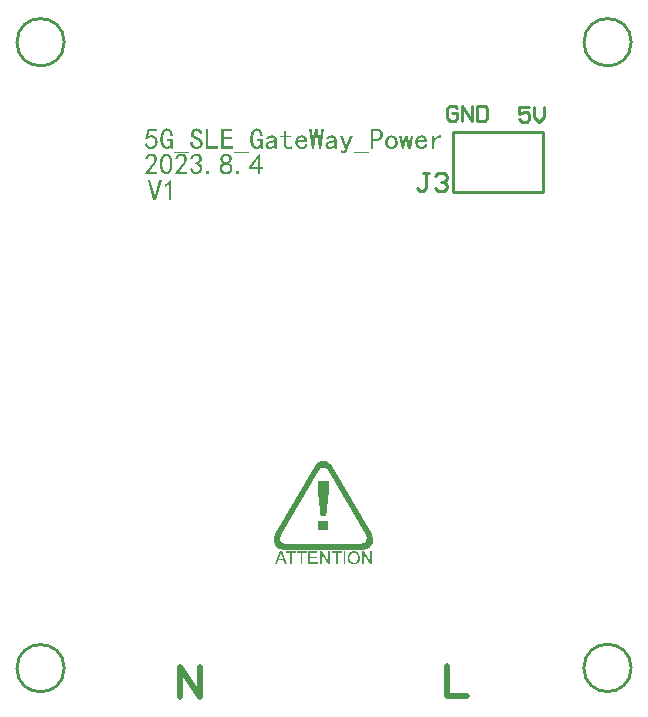
<source format=gto>
G04 Layer_Color=65535*
%FSLAX25Y25*%
%MOIN*%
G70*
G01*
G75*
%ADD22C,0.01000*%
%ADD23C,0.02000*%
G36*
X83048Y179313D02*
X83982D01*
Y178647D01*
X83048D01*
Y177167D01*
X82308D01*
Y178647D01*
X79301D01*
Y179313D01*
X82465Y183873D01*
X83048D01*
Y179313D01*
D02*
G37*
G36*
X48506Y191475D02*
X46009D01*
Y191465D01*
X45999Y191428D01*
X45990Y191373D01*
X45972Y191299D01*
X45962Y191216D01*
X45935Y191105D01*
X45916Y190994D01*
X45888Y190873D01*
X45833Y190605D01*
X45759Y190318D01*
X45694Y190041D01*
X45657Y189911D01*
X45620Y189791D01*
X45629D01*
X45648Y189800D01*
X45676Y189819D01*
X45722Y189837D01*
X45768Y189856D01*
X45833Y189874D01*
X45972Y189930D01*
X46147Y189976D01*
X46323Y190022D01*
X46517Y190041D01*
X46712Y190050D01*
X46758D01*
X46795Y190041D01*
X46897Y190032D01*
X47026Y190013D01*
X47174Y189985D01*
X47341Y189939D01*
X47507Y189884D01*
X47683Y189810D01*
X47692D01*
X47701Y189800D01*
X47757Y189773D01*
X47840Y189726D01*
X47942Y189662D01*
X48062Y189578D01*
X48173Y189477D01*
X48275Y189356D01*
X48367Y189227D01*
X48377Y189208D01*
X48404Y189162D01*
X48441Y189088D01*
X48488Y188996D01*
X48534Y188885D01*
X48589Y188755D01*
X48636Y188626D01*
X48673Y188487D01*
X48682Y188468D01*
X48691Y188422D01*
X48700Y188348D01*
X48719Y188246D01*
X48737Y188126D01*
X48747Y187987D01*
X48756Y187839D01*
Y187682D01*
Y187664D01*
X48747Y187608D01*
Y187525D01*
X48728Y187414D01*
X48710Y187284D01*
X48673Y187136D01*
X48636Y186970D01*
X48580Y186803D01*
Y186794D01*
X48571Y186785D01*
X48552Y186729D01*
X48515Y186646D01*
X48460Y186544D01*
X48395Y186424D01*
X48312Y186304D01*
X48219Y186184D01*
X48108Y186063D01*
X48099Y186054D01*
X48053Y186017D01*
X47988Y185962D01*
X47896Y185897D01*
X47794Y185823D01*
X47664Y185749D01*
X47516Y185675D01*
X47350Y185601D01*
X47341D01*
X47331Y185592D01*
X47304Y185582D01*
X47276Y185573D01*
X47174Y185545D01*
X47054Y185518D01*
X46906Y185490D01*
X46730Y185471D01*
X46527Y185462D01*
X46286D01*
X46258Y185471D01*
X46212D01*
X46166Y185481D01*
X46101Y185499D01*
X45953Y185527D01*
X45787Y185582D01*
X45602Y185656D01*
X45407Y185758D01*
X45204Y185888D01*
X45195Y185897D01*
X45185Y185906D01*
X45158Y185934D01*
X45121Y185962D01*
X45074Y186008D01*
X45028Y186063D01*
X44973Y186128D01*
X44917Y186202D01*
X44852Y186295D01*
X44797Y186387D01*
X44732Y186498D01*
X44677Y186618D01*
X44621Y186748D01*
X44566Y186896D01*
X44519Y187053D01*
X44482Y187220D01*
X45185Y187414D01*
Y187405D01*
X45195Y187368D01*
X45213Y187312D01*
X45241Y187247D01*
X45269Y187164D01*
X45306Y187072D01*
X45407Y186868D01*
X45537Y186665D01*
X45611Y186563D01*
X45694Y186470D01*
X45787Y186396D01*
X45888Y186322D01*
X45999Y186276D01*
X46120Y186239D01*
X46147D01*
X46184Y186230D01*
X46231D01*
X46286Y186221D01*
X46351D01*
X46508Y186211D01*
X46675Y186221D01*
X46850Y186248D01*
X47026Y186304D01*
X47193Y186378D01*
X47202D01*
X47211Y186387D01*
X47257Y186424D01*
X47331Y186480D01*
X47424Y186563D01*
X47516Y186655D01*
X47618Y186766D01*
X47711Y186896D01*
X47785Y187044D01*
Y187053D01*
X47794Y187062D01*
X47812Y187118D01*
X47840Y187201D01*
X47868Y187312D01*
X47905Y187451D01*
X47923Y187599D01*
X47942Y187775D01*
Y187960D01*
Y187969D01*
Y187978D01*
Y188006D01*
X47933Y188043D01*
X47923Y188135D01*
X47905Y188256D01*
X47868Y188394D01*
X47822Y188533D01*
X47748Y188681D01*
X47664Y188820D01*
X47655Y188838D01*
X47618Y188875D01*
X47563Y188940D01*
X47489Y189014D01*
X47396Y189088D01*
X47285Y189162D01*
X47156Y189227D01*
X47017Y189282D01*
X46998Y189292D01*
X46952Y189301D01*
X46869Y189310D01*
X46758Y189329D01*
X46628Y189338D01*
X46480D01*
X46314Y189319D01*
X46138Y189282D01*
X46129D01*
X46120Y189273D01*
X46092D01*
X46055Y189255D01*
X45972Y189227D01*
X45861Y189171D01*
X45731Y189107D01*
X45602Y189014D01*
X45463Y188894D01*
X45343Y188746D01*
X44677Y188820D01*
X44686Y188838D01*
Y188866D01*
X44704Y188903D01*
X44714Y188968D01*
X44741Y189060D01*
X44769Y189181D01*
X44806Y189329D01*
X44825Y189412D01*
X44843Y189514D01*
X44871Y189625D01*
X44899Y189745D01*
X44926Y189874D01*
X44954Y190013D01*
X44991Y190170D01*
X45028Y190337D01*
X45065Y190513D01*
X45111Y190707D01*
X45158Y190910D01*
X45204Y191132D01*
X45250Y191373D01*
X45306Y191623D01*
X45361Y191891D01*
X45426Y192178D01*
X48506D01*
Y191475D01*
D02*
G37*
G36*
X62041Y183864D02*
X62244Y183836D01*
X62457Y183781D01*
X62661Y183697D01*
X62670D01*
X62688Y183688D01*
X62707Y183670D01*
X62744Y183651D01*
X62836Y183587D01*
X62947Y183503D01*
X63077Y183402D01*
X63197Y183263D01*
X63308Y183106D01*
X63401Y182921D01*
Y182911D01*
X63410Y182893D01*
X63419Y182865D01*
X63428Y182828D01*
X63447Y182782D01*
X63456Y182717D01*
X63484Y182578D01*
X63512Y182403D01*
Y182208D01*
X63502Y181995D01*
X63456Y181764D01*
Y181755D01*
X63447Y181737D01*
X63437Y181709D01*
X63419Y181662D01*
X63401Y181607D01*
X63363Y181542D01*
X63289Y181394D01*
X63234Y181311D01*
X63169Y181228D01*
X63095Y181135D01*
X63012Y181043D01*
X62920Y180950D01*
X62809Y180858D01*
X62688Y180774D01*
X62559Y180682D01*
X62568D01*
X62586Y180673D01*
X62614Y180654D01*
X62651Y180636D01*
X62744Y180580D01*
X62873Y180506D01*
X63003Y180404D01*
X63142Y180284D01*
X63280Y180136D01*
X63401Y179970D01*
Y179961D01*
X63410Y179951D01*
X63428Y179923D01*
X63447Y179886D01*
X63465Y179840D01*
X63493Y179785D01*
X63512Y179720D01*
X63539Y179646D01*
X63576Y179470D01*
X63604Y179258D01*
X63613Y179017D01*
Y178878D01*
X63595Y178740D01*
Y178730D01*
X63586Y178702D01*
Y178665D01*
X63567Y178610D01*
X63558Y178545D01*
X63530Y178471D01*
X63475Y178305D01*
X63391Y178111D01*
X63336Y177999D01*
X63271Y177898D01*
X63197Y177796D01*
X63114Y177694D01*
X63012Y177602D01*
X62910Y177509D01*
X62901Y177500D01*
X62883Y177491D01*
X62855Y177463D01*
X62809Y177435D01*
X62753Y177398D01*
X62688Y177361D01*
X62614Y177324D01*
X62531Y177278D01*
X62327Y177195D01*
X62106Y177130D01*
X61856Y177084D01*
X61726Y177065D01*
X61550D01*
X61514Y177075D01*
X61467D01*
X61402Y177084D01*
X61329Y177093D01*
X61153Y177130D01*
X60949Y177185D01*
X60737Y177269D01*
X60514Y177380D01*
X60404Y177454D01*
X60302Y177528D01*
X60293Y177537D01*
X60274Y177546D01*
X60246Y177574D01*
X60219Y177611D01*
X60172Y177657D01*
X60117Y177713D01*
X60071Y177787D01*
X60006Y177861D01*
X59950Y177953D01*
X59895Y178046D01*
X59830Y178157D01*
X59775Y178277D01*
X59719Y178397D01*
X59673Y178536D01*
X59636Y178684D01*
X59599Y178841D01*
X60302Y178962D01*
Y178952D01*
X60311Y178943D01*
X60320Y178915D01*
X60330Y178878D01*
X60366Y178786D01*
X60422Y178665D01*
X60496Y178536D01*
X60579Y178388D01*
X60681Y178249D01*
X60801Y178120D01*
X60820Y178101D01*
X60866Y178064D01*
X60940Y178018D01*
X61042Y177953D01*
X61171Y177898D01*
X61319Y177851D01*
X61495Y177814D01*
X61680Y177805D01*
X61708D01*
X61736Y177814D01*
X61763D01*
X61865Y177833D01*
X61985Y177870D01*
X62115Y177926D01*
X62253Y177999D01*
X62392Y178101D01*
X62522Y178240D01*
Y178249D01*
X62531Y178259D01*
X62568Y178314D01*
X62624Y178397D01*
X62670Y178508D01*
X62725Y178647D01*
X62772Y178804D01*
X62790Y178980D01*
Y179174D01*
Y179183D01*
Y179202D01*
X62781Y179220D01*
Y179258D01*
X62762Y179359D01*
X62725Y179470D01*
X62679Y179609D01*
X62605Y179738D01*
X62503Y179868D01*
X62383Y179988D01*
X62365Y179998D01*
X62309Y180034D01*
X62272Y180062D01*
X62226Y180090D01*
X62161Y180118D01*
X62096Y180155D01*
X62022Y180183D01*
X61930Y180219D01*
X61837Y180256D01*
X61726Y180294D01*
X61615Y180321D01*
X61486Y180349D01*
X61347Y180377D01*
X61199Y180404D01*
Y180913D01*
X61236D01*
X61273Y180922D01*
X61329Y180932D01*
X61402Y180941D01*
X61476Y180959D01*
X61652Y180997D01*
X61847Y181052D01*
X62041Y181126D01*
X62226Y181219D01*
X62309Y181274D01*
X62383Y181339D01*
X62401Y181357D01*
X62438Y181404D01*
X62494Y181477D01*
X62568Y181588D01*
X62624Y181718D01*
X62679Y181875D01*
X62716Y182051D01*
Y182153D01*
Y182255D01*
Y182264D01*
Y182282D01*
X62707Y182310D01*
Y182347D01*
X62679Y182449D01*
X62642Y182569D01*
X62577Y182708D01*
X62485Y182846D01*
X62365Y182967D01*
X62291Y183031D01*
X62207Y183078D01*
X62198D01*
X62189Y183087D01*
X62161Y183096D01*
X62124Y183115D01*
X62032Y183142D01*
X61911Y183179D01*
X61763Y183198D01*
X61597Y183207D01*
X61412Y183189D01*
X61319Y183161D01*
X61218Y183133D01*
X61208D01*
X61199Y183124D01*
X61171Y183106D01*
X61134Y183087D01*
X61033Y183022D01*
X60977Y182976D01*
X60912Y182921D01*
X60848Y182856D01*
X60783Y182782D01*
X60709Y182689D01*
X60644Y182588D01*
X60570Y182476D01*
X60505Y182347D01*
X60440Y182199D01*
X60376Y182042D01*
X59673Y182162D01*
Y182171D01*
X59682Y182190D01*
X59701Y182227D01*
X59719Y182282D01*
X59737Y182338D01*
X59765Y182412D01*
X59839Y182569D01*
X59932Y182754D01*
X60043Y182948D01*
X60163Y183142D01*
X60311Y183327D01*
X60320Y183337D01*
X60330Y183346D01*
X60357Y183374D01*
X60385Y183402D01*
X60478Y183485D01*
X60607Y183577D01*
X60764Y183670D01*
X60959Y183753D01*
X61181Y183827D01*
X61301Y183855D01*
X61430Y183873D01*
X61458D01*
X61495Y183882D01*
X61847D01*
X62041Y183864D01*
D02*
G37*
G36*
X106864Y189985D02*
X106938D01*
X107022Y189976D01*
X107207Y189948D01*
X107419Y189902D01*
X107632Y189828D01*
X107836Y189726D01*
X107928Y189671D01*
X108011Y189597D01*
X108021D01*
X108030Y189578D01*
X108076Y189523D01*
X108150Y189440D01*
X108233Y189319D01*
X108307Y189162D01*
X108381Y188977D01*
X108428Y188755D01*
X108446Y188635D01*
Y188505D01*
Y186359D01*
Y186350D01*
Y186322D01*
Y186276D01*
X108455Y186221D01*
X108474Y186082D01*
X108520Y185934D01*
Y185925D01*
X108539Y185897D01*
X108557Y185860D01*
X108585Y185814D01*
X108659Y185684D01*
X108761Y185545D01*
X107817D01*
X107808Y185564D01*
X107780Y185601D01*
X107743Y185666D01*
X107706Y185758D01*
Y185767D01*
X107697Y185786D01*
Y185814D01*
X107688Y185851D01*
X107678Y185962D01*
X107669Y186091D01*
X107660Y186082D01*
X107623Y186036D01*
X107558Y185980D01*
X107484Y185915D01*
X107382Y185841D01*
X107271Y185758D01*
X107142Y185684D01*
X107003Y185619D01*
X106985Y185610D01*
X106938Y185592D01*
X106855Y185573D01*
X106753Y185545D01*
X106633Y185508D01*
X106494Y185490D01*
X106337Y185471D01*
X106180Y185462D01*
X106124D01*
X106078Y185471D01*
X106023D01*
X105958Y185481D01*
X105819Y185499D01*
X105653Y185536D01*
X105477Y185592D01*
X105292Y185675D01*
X105125Y185777D01*
X105107Y185795D01*
X105061Y185832D01*
X104987Y185906D01*
X104913Y186008D01*
X104839Y186137D01*
X104765Y186285D01*
X104718Y186470D01*
X104709Y186572D01*
X104700Y186674D01*
Y186683D01*
Y186702D01*
Y186729D01*
X104709Y186766D01*
X104718Y186877D01*
X104746Y187007D01*
X104792Y187155D01*
X104866Y187312D01*
X104959Y187469D01*
X105088Y187608D01*
X105107Y187627D01*
X105125Y187645D01*
X105162Y187664D01*
X105199Y187691D01*
X105255Y187728D01*
X105320Y187765D01*
X105384Y187802D01*
X105468Y187839D01*
X105551Y187876D01*
X105653Y187913D01*
X105764Y187960D01*
X105884Y187987D01*
X106013Y188024D01*
X106152Y188052D01*
X106300Y188080D01*
X106328D01*
X106356Y188089D01*
X106393D01*
X106494Y188108D01*
X106624Y188135D01*
X106772Y188163D01*
X106929Y188191D01*
X107096Y188228D01*
X107253Y188274D01*
X107262D01*
X107271Y188283D01*
X107318Y188293D01*
X107382Y188320D01*
X107466Y188357D01*
X107540Y188404D01*
X107604Y188459D01*
X107651Y188524D01*
X107669Y188552D01*
Y188589D01*
Y188598D01*
Y188626D01*
X107660Y188672D01*
X107651Y188737D01*
X107623Y188801D01*
X107595Y188885D01*
X107549Y188968D01*
X107493Y189051D01*
X107484Y189060D01*
X107456Y189088D01*
X107410Y189125D01*
X107336Y189171D01*
X107225Y189218D01*
X107096Y189255D01*
X106929Y189282D01*
X106837Y189292D01*
X106652D01*
X106568Y189282D01*
X106467Y189273D01*
X106356Y189245D01*
X106245Y189218D01*
X106134Y189171D01*
X106041Y189116D01*
X106032Y189107D01*
X106004Y189088D01*
X105967Y189042D01*
X105930Y188986D01*
X105875Y188922D01*
X105828Y188838D01*
X105791Y188737D01*
X105754Y188626D01*
X104894D01*
Y188635D01*
Y188653D01*
X104903Y188681D01*
X104913Y188727D01*
X104931Y188783D01*
X104940Y188838D01*
X104996Y188986D01*
X105061Y189144D01*
X105162Y189301D01*
X105292Y189467D01*
X105375Y189541D01*
X105458Y189615D01*
X105468D01*
X105477Y189634D01*
X105505Y189652D01*
X105551Y189671D01*
X105597Y189708D01*
X105653Y189736D01*
X105727Y189773D01*
X105801Y189810D01*
X105986Y189874D01*
X106198Y189939D01*
X106448Y189976D01*
X106726Y189995D01*
X106809D01*
X106864Y189985D01*
D02*
G37*
G36*
X121951Y192205D02*
X122034Y192196D01*
X122127Y192187D01*
X122238Y192168D01*
X122349Y192150D01*
X122589Y192085D01*
X122719Y192039D01*
X122848Y191983D01*
X122969Y191919D01*
X123089Y191854D01*
X123200Y191761D01*
X123311Y191669D01*
X123320Y191660D01*
X123339Y191641D01*
X123357Y191613D01*
X123394Y191567D01*
X123440Y191512D01*
X123487Y191447D01*
X123533Y191373D01*
X123588Y191280D01*
X123635Y191179D01*
X123681Y191068D01*
X123727Y190947D01*
X123773Y190818D01*
X123810Y190670D01*
X123829Y190522D01*
X123847Y190355D01*
X123857Y190189D01*
Y190180D01*
Y190152D01*
Y190096D01*
X123847Y190032D01*
X123838Y189958D01*
X123829Y189865D01*
X123810Y189763D01*
X123792Y189652D01*
X123727Y189412D01*
X123681Y189292D01*
X123625Y189162D01*
X123561Y189042D01*
X123496Y188922D01*
X123403Y188811D01*
X123311Y188700D01*
X123302Y188690D01*
X123283Y188672D01*
X123255Y188653D01*
X123209Y188616D01*
X123154Y188570D01*
X123089Y188524D01*
X123006Y188478D01*
X122913Y188431D01*
X122811Y188376D01*
X122700Y188330D01*
X122580Y188283D01*
X122441Y188237D01*
X122293Y188200D01*
X122136Y188182D01*
X121970Y188163D01*
X121794Y188154D01*
X120656D01*
Y185545D01*
X119759D01*
Y192215D01*
X121886D01*
X121951Y192205D01*
D02*
G37*
G36*
X56935Y183920D02*
X57055Y183910D01*
X57175Y183892D01*
X57194D01*
X57231Y183882D01*
X57296Y183864D01*
X57379Y183836D01*
X57471Y183799D01*
X57582Y183753D01*
X57702Y183697D01*
X57823Y183624D01*
X57841Y183614D01*
X57878Y183587D01*
X57943Y183531D01*
X58017Y183466D01*
X58100Y183374D01*
X58193Y183263D01*
X58285Y183133D01*
X58369Y182976D01*
Y182967D01*
X58378Y182957D01*
X58387Y182930D01*
X58406Y182902D01*
X58433Y182809D01*
X58470Y182689D01*
X58498Y182532D01*
X58517Y182356D01*
X58526Y182162D01*
X58517Y181940D01*
Y181931D01*
Y181912D01*
X58507Y181875D01*
X58498Y181829D01*
X58489Y181773D01*
X58470Y181709D01*
X58452Y181625D01*
X58424Y181533D01*
X58387Y181431D01*
X58350Y181320D01*
X58239Y181080D01*
X58174Y180941D01*
X58100Y180802D01*
X58008Y180654D01*
X57915Y180497D01*
X57906Y180488D01*
X57888Y180460D01*
X57850Y180404D01*
X57804Y180340D01*
X57740Y180247D01*
X57656Y180136D01*
X57564Y180007D01*
X57444Y179859D01*
X57314Y179683D01*
X57157Y179489D01*
X56990Y179276D01*
X56796Y179035D01*
X56583Y178777D01*
X56343Y178499D01*
X56084Y178194D01*
X55806Y177870D01*
X58618D01*
Y177167D01*
X54678D01*
Y177324D01*
Y177333D01*
Y177352D01*
X54687Y177380D01*
X54696Y177426D01*
X54706Y177472D01*
X54715Y177537D01*
X54761Y177676D01*
X54826Y177833D01*
X54927Y178009D01*
X54983Y178101D01*
X55057Y178194D01*
X55131Y178286D01*
X55224Y178369D01*
X55233Y178379D01*
X55251Y178388D01*
X55279Y178416D01*
X55316Y178462D01*
X55362Y178508D01*
X55427Y178573D01*
X55492Y178647D01*
X55575Y178730D01*
X55668Y178823D01*
X55760Y178934D01*
X55871Y179054D01*
X55982Y179183D01*
X56102Y179332D01*
X56232Y179489D01*
X56371Y179655D01*
X56509Y179831D01*
X56519Y179840D01*
X56546Y179877D01*
X56583Y179923D01*
X56639Y179998D01*
X56704Y180081D01*
X56768Y180173D01*
X56852Y180284D01*
X56935Y180395D01*
X57101Y180645D01*
X57268Y180904D01*
X57416Y181154D01*
X57481Y181265D01*
X57527Y181376D01*
Y181385D01*
X57536Y181404D01*
X57545Y181431D01*
X57564Y181468D01*
X57601Y181570D01*
X57638Y181700D01*
X57675Y181848D01*
X57702Y182005D01*
X57712Y182171D01*
X57702Y182319D01*
Y182338D01*
X57693Y182384D01*
X57665Y182458D01*
X57638Y182541D01*
X57591Y182643D01*
X57527Y182754D01*
X57444Y182856D01*
X57333Y182957D01*
X57314Y182967D01*
X57277Y182994D01*
X57212Y183041D01*
X57129Y183078D01*
X57018Y183124D01*
X56898Y183161D01*
X56759Y183170D01*
X56593D01*
X56546Y183161D01*
X56463Y183142D01*
X56361Y183115D01*
X56241Y183078D01*
X56112Y183022D01*
X55973Y182948D01*
X55834Y182856D01*
X55816Y182846D01*
X55769Y182809D01*
X55704Y182745D01*
X55621Y182652D01*
X55529Y182541D01*
X55436Y182403D01*
X55344Y182236D01*
X55261Y182042D01*
X54521Y182162D01*
Y182171D01*
X54539Y182199D01*
X54558Y182245D01*
X54576Y182310D01*
X54613Y182384D01*
X54650Y182467D01*
X54743Y182661D01*
X54853Y182874D01*
X54992Y183087D01*
X55140Y183291D01*
X55224Y183383D01*
X55316Y183466D01*
X55325Y183475D01*
X55335Y183485D01*
X55362Y183503D01*
X55399Y183531D01*
X55455Y183559D01*
X55510Y183596D01*
X55649Y183679D01*
X55816Y183753D01*
X56010Y183827D01*
X56232Y183882D01*
X56472Y183920D01*
X56491D01*
X56537Y183929D01*
X56814D01*
X56935Y183920D01*
D02*
G37*
G36*
X46945D02*
X47065Y183910D01*
X47185Y183892D01*
X47204D01*
X47241Y183882D01*
X47306Y183864D01*
X47389Y183836D01*
X47481Y183799D01*
X47592Y183753D01*
X47712Y183697D01*
X47833Y183624D01*
X47851Y183614D01*
X47888Y183587D01*
X47953Y183531D01*
X48027Y183466D01*
X48110Y183374D01*
X48203Y183263D01*
X48295Y183133D01*
X48379Y182976D01*
Y182967D01*
X48388Y182957D01*
X48397Y182930D01*
X48416Y182902D01*
X48443Y182809D01*
X48480Y182689D01*
X48508Y182532D01*
X48526Y182356D01*
X48536Y182162D01*
X48526Y181940D01*
Y181931D01*
Y181912D01*
X48517Y181875D01*
X48508Y181829D01*
X48499Y181773D01*
X48480Y181709D01*
X48462Y181625D01*
X48434Y181533D01*
X48397Y181431D01*
X48360Y181320D01*
X48249Y181080D01*
X48184Y180941D01*
X48110Y180802D01*
X48018Y180654D01*
X47925Y180497D01*
X47916Y180488D01*
X47898Y180460D01*
X47861Y180404D01*
X47814Y180340D01*
X47750Y180247D01*
X47666Y180136D01*
X47574Y180007D01*
X47454Y179859D01*
X47324Y179683D01*
X47167Y179489D01*
X47000Y179276D01*
X46806Y179035D01*
X46593Y178777D01*
X46353Y178499D01*
X46094Y178194D01*
X45816Y177870D01*
X48628D01*
Y177167D01*
X44688D01*
Y177324D01*
Y177333D01*
Y177352D01*
X44697Y177380D01*
X44706Y177426D01*
X44716Y177472D01*
X44725Y177537D01*
X44771Y177676D01*
X44836Y177833D01*
X44938Y178009D01*
X44993Y178101D01*
X45067Y178194D01*
X45141Y178286D01*
X45234Y178369D01*
X45243Y178379D01*
X45261Y178388D01*
X45289Y178416D01*
X45326Y178462D01*
X45372Y178508D01*
X45437Y178573D01*
X45502Y178647D01*
X45585Y178730D01*
X45678Y178823D01*
X45770Y178934D01*
X45881Y179054D01*
X45992Y179183D01*
X46112Y179332D01*
X46242Y179489D01*
X46380Y179655D01*
X46519Y179831D01*
X46529Y179840D01*
X46556Y179877D01*
X46593Y179923D01*
X46649Y179998D01*
X46714Y180081D01*
X46778Y180173D01*
X46861Y180284D01*
X46945Y180395D01*
X47111Y180645D01*
X47278Y180904D01*
X47426Y181154D01*
X47491Y181265D01*
X47537Y181376D01*
Y181385D01*
X47546Y181404D01*
X47555Y181431D01*
X47574Y181468D01*
X47611Y181570D01*
X47648Y181700D01*
X47685Y181848D01*
X47712Y182005D01*
X47722Y182171D01*
X47712Y182319D01*
Y182338D01*
X47703Y182384D01*
X47675Y182458D01*
X47648Y182541D01*
X47602Y182643D01*
X47537Y182754D01*
X47454Y182856D01*
X47343Y182957D01*
X47324Y182967D01*
X47287Y182994D01*
X47222Y183041D01*
X47139Y183078D01*
X47028Y183124D01*
X46908Y183161D01*
X46769Y183170D01*
X46603D01*
X46556Y183161D01*
X46473Y183142D01*
X46371Y183115D01*
X46251Y183078D01*
X46122Y183022D01*
X45983Y182948D01*
X45844Y182856D01*
X45825Y182846D01*
X45779Y182809D01*
X45715Y182745D01*
X45631Y182652D01*
X45539Y182541D01*
X45446Y182403D01*
X45354Y182236D01*
X45270Y182042D01*
X44530Y182162D01*
Y182171D01*
X44549Y182199D01*
X44567Y182245D01*
X44586Y182310D01*
X44623Y182384D01*
X44660Y182467D01*
X44753Y182661D01*
X44864Y182874D01*
X45002Y183087D01*
X45150Y183291D01*
X45234Y183383D01*
X45326Y183466D01*
X45335Y183475D01*
X45344Y183485D01*
X45372Y183503D01*
X45409Y183531D01*
X45465Y183559D01*
X45520Y183596D01*
X45659Y183679D01*
X45825Y183753D01*
X46020Y183827D01*
X46242Y183882D01*
X46482Y183920D01*
X46501D01*
X46547Y183929D01*
X46824D01*
X46945Y183920D01*
D02*
G37*
G36*
X103220Y185462D02*
X102434D01*
X101731Y190457D01*
X101657D01*
X100954Y185462D01*
X100177D01*
X99316Y192215D01*
X100177D01*
X100602Y187960D01*
X100676D01*
X101268Y192215D01*
X102119D01*
X102711Y187960D01*
X102785D01*
X103220Y192215D01*
X104071D01*
X103220Y185462D01*
D02*
G37*
G36*
X111998Y185203D02*
Y185194D01*
X111989Y185175D01*
X111980Y185148D01*
X111970Y185111D01*
X111933Y185018D01*
X111878Y184898D01*
X111813Y184759D01*
X111730Y184630D01*
X111637Y184491D01*
X111526Y184380D01*
X111508Y184371D01*
X111471Y184334D01*
X111406Y184297D01*
X111314Y184241D01*
X111203Y184195D01*
X111064Y184149D01*
X110916Y184112D01*
X110749Y184102D01*
X110629D01*
X110509Y184112D01*
X110379Y184130D01*
X110352D01*
X110315Y184139D01*
X110268Y184149D01*
X110167Y184176D01*
X110046Y184223D01*
Y185009D01*
X110056D01*
X110074Y185000D01*
X110102Y184981D01*
X110148Y184963D01*
X110250Y184926D01*
X110361Y184889D01*
X110370D01*
X110389Y184879D01*
X110416D01*
X110453Y184870D01*
X110537Y184861D01*
X110629Y184852D01*
X110685D01*
X110731Y184861D01*
X110805D01*
X110944Y184898D01*
X111008Y184916D01*
X111055Y184953D01*
X111064Y184963D01*
X111073Y184972D01*
X111101Y185000D01*
X111129Y185046D01*
X111166Y185101D01*
X111203Y185175D01*
X111249Y185268D01*
X111295Y185388D01*
X109575Y189911D01*
X110435D01*
X111684Y186480D01*
X111721D01*
X112932Y189911D01*
X113793D01*
X111998Y185203D01*
D02*
G37*
G36*
X133070Y185462D02*
X132330D01*
X131701Y188857D01*
X131627D01*
X130998Y185462D01*
X130258D01*
X129286Y189911D01*
X130100D01*
X130609Y186988D01*
X130692D01*
X131238Y189911D01*
X132089D01*
X132644Y186988D01*
X132718D01*
X133227Y189911D01*
X134041D01*
X133070Y185462D01*
D02*
G37*
G36*
X91667Y189911D02*
X93267D01*
Y189292D01*
X91667D01*
Y186905D01*
Y186896D01*
Y186859D01*
X91676Y186794D01*
X91685Y186729D01*
X91704Y186646D01*
X91731Y186554D01*
X91768Y186461D01*
X91824Y186378D01*
X91833Y186369D01*
X91852Y186341D01*
X91898Y186313D01*
X91953Y186276D01*
X92037Y186230D01*
X92138Y186202D01*
X92259Y186174D01*
X92407Y186165D01*
X92555D01*
X92656Y186174D01*
X92767Y186184D01*
X92878Y186193D01*
X92989Y186211D01*
X93100Y186239D01*
X93110D01*
X93147Y186258D01*
X93202Y186276D01*
X93267Y186295D01*
X93341Y186322D01*
X93424Y186359D01*
X93581Y186443D01*
Y185656D01*
X93572D01*
X93544Y185647D01*
X93507Y185629D01*
X93452Y185610D01*
X93378Y185592D01*
X93304Y185564D01*
X93128Y185518D01*
X93119D01*
X93082Y185508D01*
X93026Y185499D01*
X92952Y185490D01*
X92851Y185481D01*
X92730Y185471D01*
X92601Y185462D01*
X92379D01*
X92323Y185471D01*
X92268D01*
X92203Y185481D01*
X92037Y185508D01*
X91861Y185555D01*
X91667Y185629D01*
X91482Y185721D01*
X91306Y185851D01*
Y185860D01*
X91287Y185869D01*
X91241Y185925D01*
X91167Y186017D01*
X91093Y186137D01*
X91019Y186295D01*
X90945Y186480D01*
X90899Y186692D01*
X90890Y186813D01*
X90880Y186942D01*
Y189292D01*
X89558D01*
Y189911D01*
X90880D01*
Y191438D01*
X91667D01*
Y189911D01*
D02*
G37*
G36*
X96958Y189985D02*
X97022Y189976D01*
X97106Y189967D01*
X97198Y189948D01*
X97291Y189930D01*
X97503Y189865D01*
X97614Y189828D01*
X97725Y189773D01*
X97836Y189708D01*
X97947Y189643D01*
X98058Y189560D01*
X98160Y189467D01*
X98169Y189458D01*
X98179Y189440D01*
X98206Y189412D01*
X98243Y189366D01*
X98280Y189310D01*
X98327Y189236D01*
X98373Y189153D01*
X98428Y189051D01*
X98475Y188940D01*
X98521Y188811D01*
X98567Y188672D01*
X98604Y188515D01*
X98641Y188339D01*
X98669Y188154D01*
X98678Y187950D01*
X98687Y187728D01*
X95533D01*
Y187719D01*
Y187691D01*
Y187645D01*
X95542Y187590D01*
Y187516D01*
X95552Y187442D01*
X95579Y187257D01*
X95626Y187053D01*
X95690Y186859D01*
X95783Y186674D01*
X95838Y186591D01*
X95903Y186517D01*
X95922Y186498D01*
X95968Y186461D01*
X96051Y186406D01*
X96153Y186341D01*
X96292Y186276D01*
X96449Y186221D01*
X96625Y186184D01*
X96819Y186165D01*
X96893D01*
X96967Y186174D01*
X97069Y186193D01*
X97180Y186221D01*
X97291Y186258D01*
X97402Y186304D01*
X97513Y186378D01*
X97522Y186387D01*
X97559Y186424D01*
X97605Y186470D01*
X97661Y186544D01*
X97725Y186637D01*
X97781Y186748D01*
X97836Y186877D01*
X97873Y187025D01*
X98724D01*
Y187016D01*
Y186998D01*
X98715Y186961D01*
X98706Y186905D01*
X98687Y186850D01*
X98669Y186785D01*
X98623Y186618D01*
X98539Y186443D01*
X98428Y186248D01*
X98364Y186156D01*
X98290Y186063D01*
X98206Y185971D01*
X98105Y185888D01*
X98095D01*
X98077Y185869D01*
X98049Y185851D01*
X98012Y185823D01*
X97957Y185786D01*
X97892Y185749D01*
X97818Y185712D01*
X97744Y185675D01*
X97550Y185601D01*
X97337Y185527D01*
X97087Y185481D01*
X96958Y185471D01*
X96819Y185462D01*
X96726D01*
X96662Y185471D01*
X96578Y185481D01*
X96486Y185490D01*
X96384Y185508D01*
X96273Y185536D01*
X96023Y185610D01*
X95903Y185656D01*
X95774Y185712D01*
X95644Y185786D01*
X95515Y185869D01*
X95394Y185962D01*
X95274Y186063D01*
X95265Y186073D01*
X95246Y186091D01*
X95219Y186128D01*
X95182Y186174D01*
X95135Y186239D01*
X95080Y186313D01*
X95034Y186396D01*
X94978Y186498D01*
X94913Y186609D01*
X94867Y186739D01*
X94812Y186877D01*
X94765Y187025D01*
X94728Y187183D01*
X94701Y187358D01*
X94682Y187534D01*
X94673Y187728D01*
Y187738D01*
Y187775D01*
Y187830D01*
X94682Y187904D01*
X94691Y187987D01*
X94701Y188098D01*
X94719Y188209D01*
X94747Y188330D01*
X94821Y188598D01*
X94867Y188737D01*
X94923Y188875D01*
X94997Y189005D01*
X95080Y189144D01*
X95172Y189264D01*
X95274Y189384D01*
X95283Y189393D01*
X95302Y189412D01*
X95339Y189440D01*
X95385Y189477D01*
X95441Y189523D01*
X95515Y189578D01*
X95598Y189634D01*
X95690Y189689D01*
X95801Y189745D01*
X95912Y189800D01*
X96042Y189856D01*
X96181Y189902D01*
X96329Y189939D01*
X96486Y189967D01*
X96643Y189985D01*
X96819Y189995D01*
X96902D01*
X96958Y189985D01*
D02*
G37*
G36*
X119176Y184028D02*
X114264D01*
Y184500D01*
X119176D01*
Y184028D01*
D02*
G37*
G36*
X59236D02*
X54324D01*
Y184500D01*
X59236D01*
Y184028D01*
D02*
G37*
G36*
X79216D02*
X74304D01*
Y184500D01*
X79216D01*
Y184028D01*
D02*
G37*
G36*
X73638Y191475D02*
X70752D01*
Y189403D01*
X73398D01*
Y188663D01*
X70752D01*
Y186285D01*
X73833D01*
Y185545D01*
X69855D01*
Y192215D01*
X73638D01*
Y191475D01*
D02*
G37*
G36*
X86884Y189985D02*
X86958D01*
X87042Y189976D01*
X87227Y189948D01*
X87439Y189902D01*
X87652Y189828D01*
X87856Y189726D01*
X87948Y189671D01*
X88031Y189597D01*
X88041D01*
X88050Y189578D01*
X88096Y189523D01*
X88170Y189440D01*
X88253Y189319D01*
X88327Y189162D01*
X88401Y188977D01*
X88448Y188755D01*
X88466Y188635D01*
Y188505D01*
Y186359D01*
Y186350D01*
Y186322D01*
Y186276D01*
X88475Y186221D01*
X88494Y186082D01*
X88540Y185934D01*
Y185925D01*
X88559Y185897D01*
X88577Y185860D01*
X88605Y185814D01*
X88679Y185684D01*
X88781Y185545D01*
X87837D01*
X87828Y185564D01*
X87800Y185601D01*
X87763Y185666D01*
X87726Y185758D01*
Y185767D01*
X87717Y185786D01*
Y185814D01*
X87708Y185851D01*
X87698Y185962D01*
X87689Y186091D01*
X87680Y186082D01*
X87643Y186036D01*
X87578Y185980D01*
X87504Y185915D01*
X87402Y185841D01*
X87291Y185758D01*
X87162Y185684D01*
X87023Y185619D01*
X87005Y185610D01*
X86958Y185592D01*
X86875Y185573D01*
X86773Y185545D01*
X86653Y185508D01*
X86514Y185490D01*
X86357Y185471D01*
X86200Y185462D01*
X86144D01*
X86098Y185471D01*
X86043D01*
X85978Y185481D01*
X85839Y185499D01*
X85673Y185536D01*
X85497Y185592D01*
X85312Y185675D01*
X85145Y185777D01*
X85127Y185795D01*
X85081Y185832D01*
X85007Y185906D01*
X84933Y186008D01*
X84859Y186137D01*
X84785Y186285D01*
X84738Y186470D01*
X84729Y186572D01*
X84720Y186674D01*
Y186683D01*
Y186702D01*
Y186729D01*
X84729Y186766D01*
X84738Y186877D01*
X84766Y187007D01*
X84812Y187155D01*
X84886Y187312D01*
X84979Y187469D01*
X85108Y187608D01*
X85127Y187627D01*
X85145Y187645D01*
X85182Y187664D01*
X85219Y187691D01*
X85275Y187728D01*
X85340Y187765D01*
X85404Y187802D01*
X85488Y187839D01*
X85571Y187876D01*
X85673Y187913D01*
X85784Y187960D01*
X85904Y187987D01*
X86033Y188024D01*
X86172Y188052D01*
X86320Y188080D01*
X86348D01*
X86376Y188089D01*
X86413D01*
X86514Y188108D01*
X86644Y188135D01*
X86792Y188163D01*
X86949Y188191D01*
X87116Y188228D01*
X87273Y188274D01*
X87282D01*
X87291Y188283D01*
X87338Y188293D01*
X87402Y188320D01*
X87486Y188357D01*
X87560Y188404D01*
X87624Y188459D01*
X87671Y188524D01*
X87689Y188552D01*
Y188589D01*
Y188598D01*
Y188626D01*
X87680Y188672D01*
X87671Y188737D01*
X87643Y188801D01*
X87615Y188885D01*
X87569Y188968D01*
X87513Y189051D01*
X87504Y189060D01*
X87476Y189088D01*
X87430Y189125D01*
X87356Y189171D01*
X87245Y189218D01*
X87116Y189255D01*
X86949Y189282D01*
X86857Y189292D01*
X86672D01*
X86588Y189282D01*
X86487Y189273D01*
X86376Y189245D01*
X86265Y189218D01*
X86154Y189171D01*
X86061Y189116D01*
X86052Y189107D01*
X86024Y189088D01*
X85987Y189042D01*
X85950Y188986D01*
X85895Y188922D01*
X85848Y188838D01*
X85811Y188737D01*
X85774Y188626D01*
X84914D01*
Y188635D01*
Y188653D01*
X84923Y188681D01*
X84933Y188727D01*
X84951Y188783D01*
X84960Y188838D01*
X85016Y188986D01*
X85081Y189144D01*
X85182Y189301D01*
X85312Y189467D01*
X85395Y189541D01*
X85478Y189615D01*
X85488D01*
X85497Y189634D01*
X85525Y189652D01*
X85571Y189671D01*
X85617Y189708D01*
X85673Y189736D01*
X85747Y189773D01*
X85821Y189810D01*
X86006Y189874D01*
X86218Y189939D01*
X86468Y189976D01*
X86746Y189995D01*
X86829D01*
X86884Y189985D01*
D02*
G37*
G36*
X65674Y186285D02*
X68838D01*
Y185545D01*
X64777D01*
Y192215D01*
X65674D01*
Y186285D01*
D02*
G37*
G36*
X126854Y189985D02*
X126928Y189976D01*
X127011Y189958D01*
X127103Y189939D01*
X127214Y189921D01*
X127446Y189837D01*
X127566Y189791D01*
X127695Y189726D01*
X127816Y189662D01*
X127945Y189569D01*
X128065Y189477D01*
X128186Y189366D01*
X128195Y189356D01*
X128213Y189338D01*
X128241Y189301D01*
X128287Y189255D01*
X128334Y189190D01*
X128389Y189116D01*
X128445Y189033D01*
X128500Y188931D01*
X128556Y188820D01*
X128620Y188690D01*
X128667Y188561D01*
X128713Y188413D01*
X128759Y188256D01*
X128787Y188089D01*
X128805Y187913D01*
X128815Y187728D01*
Y187719D01*
Y187682D01*
Y187627D01*
X128805Y187562D01*
X128796Y187469D01*
X128778Y187377D01*
X128759Y187266D01*
X128741Y187146D01*
X128657Y186877D01*
X128611Y186739D01*
X128546Y186609D01*
X128482Y186470D01*
X128389Y186332D01*
X128297Y186202D01*
X128186Y186082D01*
X128176Y186073D01*
X128158Y186054D01*
X128121Y186026D01*
X128075Y185989D01*
X128019Y185934D01*
X127945Y185888D01*
X127862Y185832D01*
X127769Y185777D01*
X127668Y185712D01*
X127557Y185656D01*
X127298Y185564D01*
X127159Y185518D01*
X127020Y185490D01*
X126863Y185471D01*
X126706Y185462D01*
X126622D01*
X126558Y185471D01*
X126484Y185481D01*
X126400Y185499D01*
X126308Y185518D01*
X126197Y185536D01*
X125966Y185610D01*
X125845Y185666D01*
X125716Y185721D01*
X125586Y185795D01*
X125457Y185878D01*
X125337Y185971D01*
X125216Y186082D01*
X125207Y186091D01*
X125189Y186110D01*
X125161Y186147D01*
X125124Y186193D01*
X125068Y186258D01*
X125022Y186332D01*
X124967Y186424D01*
X124911Y186526D01*
X124846Y186637D01*
X124791Y186757D01*
X124745Y186896D01*
X124698Y187044D01*
X124652Y187201D01*
X124624Y187368D01*
X124606Y187543D01*
X124597Y187728D01*
Y187738D01*
Y187775D01*
Y187830D01*
X124606Y187895D01*
X124615Y187987D01*
X124634Y188080D01*
X124652Y188191D01*
X124671Y188311D01*
X124745Y188579D01*
X124800Y188709D01*
X124856Y188848D01*
X124930Y188986D01*
X125013Y189116D01*
X125105Y189245D01*
X125216Y189366D01*
X125226Y189375D01*
X125244Y189393D01*
X125281Y189421D01*
X125327Y189467D01*
X125392Y189514D01*
X125457Y189569D01*
X125540Y189625D01*
X125642Y189680D01*
X125744Y189736D01*
X125855Y189800D01*
X126114Y189893D01*
X126252Y189939D01*
X126391Y189967D01*
X126548Y189985D01*
X126706Y189995D01*
X126789D01*
X126854Y189985D01*
D02*
G37*
G36*
X136918D02*
X136982Y189976D01*
X137066Y189967D01*
X137158Y189948D01*
X137251Y189930D01*
X137463Y189865D01*
X137574Y189828D01*
X137685Y189773D01*
X137796Y189708D01*
X137907Y189643D01*
X138018Y189560D01*
X138120Y189467D01*
X138129Y189458D01*
X138139Y189440D01*
X138166Y189412D01*
X138203Y189366D01*
X138240Y189310D01*
X138287Y189236D01*
X138333Y189153D01*
X138388Y189051D01*
X138435Y188940D01*
X138481Y188811D01*
X138527Y188672D01*
X138564Y188515D01*
X138601Y188339D01*
X138629Y188154D01*
X138638Y187950D01*
X138647Y187728D01*
X135493D01*
Y187719D01*
Y187691D01*
Y187645D01*
X135502Y187590D01*
Y187516D01*
X135512Y187442D01*
X135539Y187257D01*
X135586Y187053D01*
X135650Y186859D01*
X135743Y186674D01*
X135798Y186591D01*
X135863Y186517D01*
X135882Y186498D01*
X135928Y186461D01*
X136011Y186406D01*
X136113Y186341D01*
X136252Y186276D01*
X136409Y186221D01*
X136585Y186184D01*
X136779Y186165D01*
X136853D01*
X136927Y186174D01*
X137029Y186193D01*
X137140Y186221D01*
X137251Y186258D01*
X137362Y186304D01*
X137473Y186378D01*
X137482Y186387D01*
X137519Y186424D01*
X137565Y186470D01*
X137621Y186544D01*
X137685Y186637D01*
X137741Y186748D01*
X137796Y186877D01*
X137833Y187025D01*
X138684D01*
Y187016D01*
Y186998D01*
X138675Y186961D01*
X138666Y186905D01*
X138647Y186850D01*
X138629Y186785D01*
X138583Y186618D01*
X138499Y186443D01*
X138388Y186248D01*
X138324Y186156D01*
X138250Y186063D01*
X138166Y185971D01*
X138065Y185888D01*
X138055D01*
X138037Y185869D01*
X138009Y185851D01*
X137972Y185823D01*
X137917Y185786D01*
X137852Y185749D01*
X137778Y185712D01*
X137704Y185675D01*
X137510Y185601D01*
X137297Y185527D01*
X137047Y185481D01*
X136918Y185471D01*
X136779Y185462D01*
X136686D01*
X136622Y185471D01*
X136538Y185481D01*
X136446Y185490D01*
X136344Y185508D01*
X136233Y185536D01*
X135983Y185610D01*
X135863Y185656D01*
X135734Y185712D01*
X135604Y185786D01*
X135475Y185869D01*
X135354Y185962D01*
X135234Y186063D01*
X135225Y186073D01*
X135206Y186091D01*
X135179Y186128D01*
X135142Y186174D01*
X135095Y186239D01*
X135040Y186313D01*
X134994Y186396D01*
X134938Y186498D01*
X134873Y186609D01*
X134827Y186739D01*
X134772Y186877D01*
X134725Y187025D01*
X134688Y187183D01*
X134661Y187358D01*
X134642Y187534D01*
X134633Y187728D01*
Y187738D01*
Y187775D01*
Y187830D01*
X134642Y187904D01*
X134651Y187987D01*
X134661Y188098D01*
X134679Y188209D01*
X134707Y188330D01*
X134781Y188598D01*
X134827Y188737D01*
X134883Y188875D01*
X134957Y189005D01*
X135040Y189144D01*
X135132Y189264D01*
X135234Y189384D01*
X135243Y189393D01*
X135262Y189412D01*
X135299Y189440D01*
X135345Y189477D01*
X135401Y189523D01*
X135475Y189578D01*
X135558Y189634D01*
X135650Y189689D01*
X135761Y189745D01*
X135872Y189800D01*
X136002Y189856D01*
X136141Y189902D01*
X136289Y189939D01*
X136446Y189967D01*
X136603Y189985D01*
X136779Y189995D01*
X136862D01*
X136918Y189985D01*
D02*
G37*
G36*
X106196Y47146D02*
X105627D01*
X103396Y50470D01*
Y47146D01*
X102872D01*
Y51345D01*
X103440D01*
X105671Y48064D01*
Y51345D01*
X106196D01*
Y47146D01*
D02*
G37*
G36*
X120149D02*
X119580D01*
X117393Y50470D01*
Y47146D01*
X116868D01*
Y51345D01*
X117437D01*
X119624Y48064D01*
Y51345D01*
X120149D01*
Y47146D01*
D02*
G37*
G36*
X75537Y178129D02*
X75592Y178120D01*
X75666Y178101D01*
X75731Y178074D01*
X75796Y178036D01*
X75851Y177981D01*
X75860Y177972D01*
X75870Y177953D01*
X75897Y177926D01*
X75925Y177879D01*
X75944Y177824D01*
X75971Y177759D01*
X75981Y177676D01*
X75990Y177593D01*
Y177583D01*
Y177546D01*
X75981Y177500D01*
X75971Y177445D01*
X75953Y177380D01*
X75925Y177306D01*
X75888Y177241D01*
X75833Y177185D01*
X75823Y177176D01*
X75805Y177167D01*
X75768Y177139D01*
X75722Y177121D01*
X75666Y177093D01*
X75601Y177065D01*
X75527Y177056D01*
X75444Y177047D01*
X75407D01*
X75370Y177056D01*
X75324Y177065D01*
X75259Y177084D01*
X75194Y177102D01*
X75129Y177139D01*
X75065Y177185D01*
X75056Y177195D01*
X75037Y177213D01*
X75009Y177241D01*
X74982Y177287D01*
X74945Y177343D01*
X74917Y177417D01*
X74898Y177500D01*
X74889Y177593D01*
Y177602D01*
Y177629D01*
X74898Y177676D01*
X74908Y177731D01*
X74926Y177787D01*
X74945Y177851D01*
X74982Y177907D01*
X75028Y177963D01*
X75037Y177972D01*
X75056Y177981D01*
X75083Y178009D01*
X75129Y178036D01*
X75194Y178064D01*
X75259Y178092D01*
X75342Y178120D01*
X75444Y178138D01*
X75490D01*
X75537Y178129D01*
D02*
G37*
G36*
X110132Y50863D02*
X108733D01*
Y47146D01*
X108164D01*
Y50863D01*
X106808D01*
Y51345D01*
X110132D01*
Y50863D01*
D02*
G37*
G36*
X111357Y47146D02*
X110789D01*
Y51345D01*
X111357D01*
Y47146D01*
D02*
G37*
G36*
X48154Y168287D02*
X47377D01*
X45426Y175039D01*
X46360D01*
X47729Y169924D01*
X47803D01*
X49172Y175039D01*
X50106D01*
X48154Y168287D01*
D02*
G37*
G36*
X53307Y168407D02*
X52530D01*
Y173791D01*
X52520Y173781D01*
X52511Y173772D01*
X52474Y173744D01*
X52437Y173707D01*
X52391Y173661D01*
X52326Y173606D01*
X52261Y173541D01*
X52178Y173476D01*
X51993Y173328D01*
X51771Y173171D01*
X51521Y172995D01*
X51244Y172819D01*
Y173559D01*
X51253Y173569D01*
X51290Y173587D01*
X51336Y173624D01*
X51410Y173680D01*
X51484Y173735D01*
X51586Y173818D01*
X51688Y173902D01*
X51808Y174003D01*
X51928Y174105D01*
X52058Y174225D01*
X52197Y174355D01*
X52326Y174494D01*
X52594Y174790D01*
X52844Y175113D01*
X53307D01*
Y168407D01*
D02*
G37*
G36*
X65547Y178129D02*
X65602Y178120D01*
X65676Y178101D01*
X65741Y178074D01*
X65806Y178036D01*
X65861Y177981D01*
X65870Y177972D01*
X65879Y177953D01*
X65907Y177926D01*
X65935Y177879D01*
X65953Y177824D01*
X65981Y177759D01*
X65991Y177676D01*
X66000Y177593D01*
Y177583D01*
Y177546D01*
X65991Y177500D01*
X65981Y177445D01*
X65963Y177380D01*
X65935Y177306D01*
X65898Y177241D01*
X65843Y177185D01*
X65833Y177176D01*
X65815Y177167D01*
X65778Y177139D01*
X65732Y177121D01*
X65676Y177093D01*
X65611Y177065D01*
X65537Y177056D01*
X65454Y177047D01*
X65417D01*
X65380Y177056D01*
X65334Y177065D01*
X65269Y177084D01*
X65204Y177102D01*
X65140Y177139D01*
X65075Y177185D01*
X65065Y177195D01*
X65047Y177213D01*
X65019Y177241D01*
X64991Y177287D01*
X64955Y177343D01*
X64927Y177417D01*
X64908Y177500D01*
X64899Y177593D01*
Y177602D01*
Y177629D01*
X64908Y177676D01*
X64918Y177731D01*
X64936Y177787D01*
X64955Y177851D01*
X64991Y177907D01*
X65038Y177963D01*
X65047Y177972D01*
X65065Y177981D01*
X65093Y178009D01*
X65140Y178036D01*
X65204Y178064D01*
X65269Y178092D01*
X65352Y178120D01*
X65454Y178138D01*
X65500D01*
X65547Y178129D01*
D02*
G37*
G36*
X71772Y183864D02*
X71874Y183855D01*
X71994Y183845D01*
X72234Y183799D01*
X72253D01*
X72290Y183781D01*
X72355Y183762D01*
X72438Y183735D01*
X72540Y183688D01*
X72650Y183624D01*
X72771Y183559D01*
X72900Y183466D01*
X72919Y183457D01*
X72956Y183420D01*
X73021Y183364D01*
X73095Y183281D01*
X73178Y183179D01*
X73261Y183059D01*
X73344Y182911D01*
X73409Y182745D01*
Y182736D01*
X73418Y182726D01*
Y182699D01*
X73427Y182661D01*
X73446Y182560D01*
X73465Y182430D01*
X73474Y182273D01*
X73465Y182079D01*
X73446Y181875D01*
X73391Y181644D01*
Y181635D01*
X73381Y181616D01*
X73372Y181588D01*
X73353Y181542D01*
X73326Y181487D01*
X73298Y181431D01*
X73215Y181292D01*
X73159Y181219D01*
X73095Y181135D01*
X73011Y181061D01*
X72928Y180978D01*
X72836Y180895D01*
X72724Y180821D01*
X72604Y180747D01*
X72475Y180682D01*
X72484D01*
X72502Y180673D01*
X72540Y180664D01*
X72586Y180645D01*
X72641Y180626D01*
X72697Y180599D01*
X72845Y180534D01*
X72993Y180441D01*
X73150Y180340D01*
X73289Y180219D01*
X73353Y180146D01*
X73409Y180071D01*
X73418Y180053D01*
X73455Y179998D01*
X73501Y179914D01*
X73548Y179794D01*
X73603Y179646D01*
X73640Y179480D01*
X73677Y179285D01*
X73686Y179072D01*
Y179063D01*
Y179045D01*
Y179017D01*
Y178980D01*
X73677Y178869D01*
X73668Y178740D01*
X73640Y178592D01*
X73612Y178434D01*
X73566Y178277D01*
X73511Y178138D01*
X73501Y178120D01*
X73483Y178083D01*
X73446Y178018D01*
X73400Y177935D01*
X73335Y177842D01*
X73270Y177741D01*
X73196Y177648D01*
X73113Y177556D01*
X73104Y177546D01*
X73076Y177518D01*
X73030Y177472D01*
X72965Y177426D01*
X72882Y177361D01*
X72780Y177306D01*
X72660Y177241D01*
X72530Y177185D01*
X72512Y177176D01*
X72465Y177167D01*
X72382Y177139D01*
X72271Y177121D01*
X72142Y177093D01*
X71985Y177065D01*
X71799Y177056D01*
X71596Y177047D01*
X71504D01*
X71393Y177056D01*
X71263Y177065D01*
X71106Y177084D01*
X70949Y177102D01*
X70782Y177139D01*
X70616Y177185D01*
X70597Y177195D01*
X70551Y177213D01*
X70477Y177241D01*
X70375Y177287D01*
X70273Y177343D01*
X70153Y177417D01*
X70042Y177500D01*
X69931Y177593D01*
X69922Y177602D01*
X69885Y177639D01*
X69839Y177703D01*
X69783Y177778D01*
X69727Y177870D01*
X69663Y177981D01*
X69607Y178111D01*
X69561Y178240D01*
Y178259D01*
X69543Y178305D01*
X69533Y178379D01*
X69515Y178481D01*
X69496Y178610D01*
X69487Y178749D01*
X69469Y178906D01*
Y179082D01*
Y179091D01*
Y179100D01*
Y179128D01*
Y179165D01*
X69478Y179248D01*
X69496Y179368D01*
X69524Y179507D01*
X69570Y179655D01*
X69626Y179822D01*
X69700Y179988D01*
Y179998D01*
X69709Y180007D01*
X69746Y180062D01*
X69801Y180146D01*
X69885Y180247D01*
X69996Y180368D01*
X70135Y180488D01*
X70292Y180608D01*
X70486Y180719D01*
X70477D01*
X70468Y180728D01*
X70412Y180765D01*
X70329Y180821D01*
X70227Y180895D01*
X70125Y180987D01*
X70024Y181089D01*
X69931Y181200D01*
X69857Y181320D01*
X69848Y181339D01*
X69829Y181376D01*
X69811Y181450D01*
X69774Y181542D01*
X69746Y181653D01*
X69718Y181783D01*
X69691Y181922D01*
X69681Y182079D01*
Y182088D01*
Y182097D01*
Y182153D01*
Y182236D01*
X69691Y182338D01*
X69700Y182449D01*
X69727Y182578D01*
X69755Y182699D01*
X69801Y182819D01*
X69811Y182837D01*
X69829Y182874D01*
X69857Y182930D01*
X69903Y183013D01*
X69959Y183096D01*
X70033Y183198D01*
X70116Y183300D01*
X70209Y183402D01*
X70218Y183411D01*
X70255Y183448D01*
X70310Y183494D01*
X70384Y183549D01*
X70477Y183614D01*
X70578Y183679D01*
X70689Y183725D01*
X70810Y183772D01*
X70828Y183781D01*
X70865Y183790D01*
X70939Y183809D01*
X71023Y183827D01*
X71134Y183845D01*
X71254Y183855D01*
X71393Y183873D01*
X71670D01*
X71772Y183864D01*
D02*
G37*
G36*
X104534Y81481D02*
X104840Y81394D01*
X105190Y81306D01*
X105583Y81131D01*
X105933Y80913D01*
X106327Y80607D01*
X106371Y80563D01*
X106458Y80475D01*
X106677Y80257D01*
X106721Y80213D01*
X106764Y80125D01*
X106939Y79863D01*
X120149Y56987D01*
X120193Y56943D01*
X120236Y56812D01*
X120324Y56550D01*
X120455Y56243D01*
X120543Y55893D01*
X120586Y55456D01*
Y55019D01*
X120543Y54537D01*
Y54494D01*
X120499Y54406D01*
X120455Y54231D01*
X120411Y54056D01*
Y54013D01*
X120368Y53925D01*
X120280Y53794D01*
X120193Y53575D01*
X120149D01*
X120105Y53531D01*
X120018Y53400D01*
X119886Y53182D01*
X119668Y52963D01*
X119405Y52701D01*
X119099Y52438D01*
X118705Y52219D01*
X118268Y52044D01*
X118224D01*
X118093Y52001D01*
X117918Y51957D01*
X117743D01*
X117699Y51913D01*
X117524D01*
X117306Y51869D01*
X90668D01*
X90406Y51913D01*
X90099Y52001D01*
X89706Y52088D01*
X89312Y52263D01*
X88919Y52482D01*
X88525Y52788D01*
X88481Y52832D01*
X88394Y52919D01*
X88175Y53138D01*
X88131Y53182D01*
X88087Y53269D01*
X87912Y53575D01*
X87869Y53619D01*
X87825Y53750D01*
X87738Y53969D01*
X87606Y54275D01*
X87519Y54625D01*
X87475Y55019D01*
Y55456D01*
X87519Y55937D01*
Y55981D01*
X87563Y56112D01*
X87606Y56287D01*
X87650Y56418D01*
Y56462D01*
X87694Y56550D01*
X87781Y56681D01*
X87869Y56856D01*
Y56899D01*
Y56943D01*
X87912D01*
X101078Y79776D01*
Y79819D01*
X101166Y79907D01*
X101341Y80169D01*
X101690Y80563D01*
X102084Y80913D01*
X102172Y80957D01*
X102347Y81044D01*
X102390Y81088D01*
X102478Y81131D01*
X102653Y81219D01*
X102828Y81306D01*
X103090Y81394D01*
X103396Y81438D01*
X103703Y81525D01*
X104271D01*
X104534Y81481D01*
D02*
G37*
G36*
X102041Y50863D02*
X99547D01*
Y49551D01*
X101865D01*
Y49070D01*
X99547D01*
Y47627D01*
X102128D01*
Y47146D01*
X98979D01*
Y51345D01*
X102041D01*
Y50863D01*
D02*
G37*
G36*
X81982Y192279D02*
X82056Y192270D01*
X82148Y192252D01*
X82241Y192233D01*
X82343Y192205D01*
X82454Y192168D01*
X82574Y192122D01*
X82685Y192076D01*
X82805Y192011D01*
X82916Y191928D01*
X83027Y191845D01*
X83129Y191743D01*
X83231Y191623D01*
X83240Y191613D01*
X83249Y191595D01*
X83277Y191558D01*
X83314Y191502D01*
X83351Y191438D01*
X83388Y191364D01*
X83434Y191271D01*
X83490Y191160D01*
X83536Y191049D01*
X83582Y190920D01*
X83619Y190772D01*
X83656Y190624D01*
X83693Y190457D01*
X83721Y190291D01*
X83730Y190106D01*
X83739Y189911D01*
X82888D01*
Y189921D01*
Y189948D01*
Y189995D01*
Y190050D01*
X82879Y190115D01*
X82870Y190198D01*
X82851Y190374D01*
X82824Y190577D01*
X82768Y190781D01*
X82703Y190975D01*
X82657Y191058D01*
X82611Y191142D01*
Y191151D01*
X82602Y191160D01*
X82565Y191206D01*
X82500Y191271D01*
X82417Y191345D01*
X82306Y191419D01*
X82167Y191484D01*
X82010Y191530D01*
X81926Y191549D01*
X81778D01*
X81732Y191539D01*
X81621Y191512D01*
X81482Y191465D01*
X81408Y191438D01*
X81325Y191391D01*
X81251Y191336D01*
X81168Y191280D01*
X81094Y191197D01*
X81020Y191114D01*
X80955Y191012D01*
X80890Y190901D01*
Y190892D01*
X80881Y190873D01*
X80863Y190836D01*
X80844Y190781D01*
X80816Y190707D01*
X80798Y190624D01*
X80770Y190513D01*
X80742Y190392D01*
X80705Y190254D01*
X80678Y190096D01*
X80659Y189921D01*
X80631Y189726D01*
X80613Y189504D01*
X80594Y189273D01*
X80585Y189023D01*
Y188746D01*
Y188727D01*
Y188681D01*
Y188607D01*
X80594Y188515D01*
Y188394D01*
X80604Y188256D01*
X80622Y188108D01*
X80631Y187950D01*
X80678Y187617D01*
X80752Y187294D01*
X80798Y187136D01*
X80844Y186988D01*
X80909Y186859D01*
X80974Y186748D01*
X80983Y186739D01*
X80992Y186720D01*
X81011Y186702D01*
X81038Y186665D01*
X81122Y186572D01*
X81233Y186480D01*
X81362Y186378D01*
X81519Y186285D01*
X81603Y186248D01*
X81686Y186230D01*
X81778Y186211D01*
X81871Y186202D01*
X81917D01*
X81954Y186211D01*
X82047Y186221D01*
X82158Y186248D01*
X82287Y186295D01*
X82426Y186359D01*
X82546Y186452D01*
X82666Y186572D01*
X82676Y186591D01*
X82713Y186646D01*
X82759Y186729D01*
X82814Y186859D01*
X82842Y186933D01*
X82870Y187016D01*
X82898Y187109D01*
X82916Y187220D01*
X82935Y187331D01*
X82953Y187451D01*
X82962Y187590D01*
Y187728D01*
Y188154D01*
X81751D01*
Y188894D01*
X83739D01*
Y185462D01*
X83083D01*
X82962Y186008D01*
X82953Y185999D01*
X82935Y185971D01*
X82898Y185925D01*
X82842Y185869D01*
X82777Y185814D01*
X82694Y185749D01*
X82592Y185684D01*
X82472Y185619D01*
X82454Y185610D01*
X82417Y185592D01*
X82343Y185573D01*
X82259Y185545D01*
X82148Y185508D01*
X82028Y185490D01*
X81889Y185471D01*
X81751Y185462D01*
X81714D01*
X81667Y185471D01*
X81612D01*
X81538Y185490D01*
X81455Y185499D01*
X81362Y185527D01*
X81260Y185555D01*
X81149Y185601D01*
X81038Y185647D01*
X80918Y185712D01*
X80789Y185786D01*
X80668Y185869D01*
X80539Y185971D01*
X80409Y186091D01*
X80289Y186221D01*
X80280Y186230D01*
X80261Y186258D01*
X80234Y186304D01*
X80187Y186369D01*
X80141Y186452D01*
X80086Y186554D01*
X80030Y186674D01*
X79965Y186813D01*
X79910Y186970D01*
X79845Y187155D01*
X79790Y187358D01*
X79743Y187571D01*
X79697Y187812D01*
X79669Y188080D01*
X79651Y188357D01*
X79642Y188663D01*
Y188672D01*
Y188681D01*
Y188709D01*
Y188746D01*
Y188838D01*
X79651Y188959D01*
X79660Y189116D01*
X79669Y189292D01*
X79688Y189486D01*
X79716Y189689D01*
X79743Y189911D01*
X79780Y190133D01*
X79836Y190365D01*
X79891Y190587D01*
X79956Y190809D01*
X80030Y191021D01*
X80123Y191216D01*
X80224Y191391D01*
X80234Y191401D01*
X80252Y191428D01*
X80289Y191475D01*
X80335Y191530D01*
X80391Y191604D01*
X80465Y191678D01*
X80548Y191752D01*
X80650Y191845D01*
X80761Y191928D01*
X80881Y192002D01*
X81011Y192085D01*
X81149Y192150D01*
X81307Y192205D01*
X81473Y192252D01*
X81649Y192279D01*
X81834Y192289D01*
X81917D01*
X81982Y192279D01*
D02*
G37*
G36*
X61900D02*
X61983Y192270D01*
X62076Y192261D01*
X62187Y192242D01*
X62298Y192215D01*
X62538Y192141D01*
X62659Y192094D01*
X62779Y192039D01*
X62899Y191965D01*
X63001Y191882D01*
X63103Y191789D01*
X63195Y191687D01*
X63204Y191678D01*
X63214Y191660D01*
X63241Y191632D01*
X63269Y191586D01*
X63297Y191530D01*
X63343Y191456D01*
X63380Y191382D01*
X63426Y191299D01*
X63510Y191105D01*
X63574Y190883D01*
X63630Y190642D01*
X63639Y190513D01*
X63648Y190383D01*
X62751D01*
Y190392D01*
Y190402D01*
Y190457D01*
Y190540D01*
X62733Y190642D01*
X62705Y190762D01*
X62668Y190892D01*
X62603Y191031D01*
X62511Y191160D01*
X62501Y191179D01*
X62464Y191216D01*
X62400Y191271D01*
X62316Y191336D01*
X62205Y191401D01*
X62067Y191456D01*
X61909Y191493D01*
X61734Y191512D01*
X61660D01*
X61567Y191502D01*
X61465Y191484D01*
X61345Y191447D01*
X61216Y191401D01*
X61095Y191336D01*
X60984Y191253D01*
X60975Y191243D01*
X60947Y191206D01*
X60901Y191151D01*
X60855Y191077D01*
X60799Y190975D01*
X60762Y190864D01*
X60725Y190725D01*
X60716Y190577D01*
Y190559D01*
Y190522D01*
X60725Y190457D01*
X60744Y190374D01*
X60772Y190272D01*
X60809Y190170D01*
X60855Y190069D01*
X60929Y189967D01*
X60938Y189958D01*
X60975Y189921D01*
X61049Y189865D01*
X61095Y189837D01*
X61151Y189800D01*
X61225Y189754D01*
X61299Y189708D01*
X61391Y189662D01*
X61493Y189606D01*
X61613Y189551D01*
X61743Y189495D01*
X61891Y189430D01*
X62048Y189366D01*
X62057D01*
X62085Y189347D01*
X62131Y189329D01*
X62187Y189301D01*
X62261Y189273D01*
X62344Y189227D01*
X62538Y189125D01*
X62751Y189005D01*
X62973Y188866D01*
X63186Y188700D01*
X63278Y188616D01*
X63371Y188524D01*
X63380Y188515D01*
X63389Y188505D01*
X63417Y188478D01*
X63445Y188441D01*
X63482Y188394D01*
X63519Y188339D01*
X63611Y188209D01*
X63695Y188043D01*
X63769Y187849D01*
X63824Y187645D01*
X63833Y187534D01*
X63843Y187414D01*
Y187405D01*
Y187377D01*
Y187331D01*
X63833Y187266D01*
X63824Y187192D01*
X63815Y187099D01*
X63796Y187007D01*
X63769Y186896D01*
X63704Y186674D01*
X63658Y186554D01*
X63602Y186433D01*
X63537Y186313D01*
X63463Y186202D01*
X63380Y186091D01*
X63278Y185989D01*
X63269Y185980D01*
X63251Y185971D01*
X63223Y185943D01*
X63177Y185906D01*
X63121Y185869D01*
X63047Y185823D01*
X62964Y185777D01*
X62871Y185730D01*
X62770Y185675D01*
X62649Y185629D01*
X62529Y185582D01*
X62390Y185545D01*
X62242Y185508D01*
X62085Y185481D01*
X61909Y185471D01*
X61734Y185462D01*
X61641D01*
X61576Y185471D01*
X61493Y185481D01*
X61401Y185490D01*
X61290Y185508D01*
X61179Y185527D01*
X60938Y185592D01*
X60809Y185638D01*
X60679Y185693D01*
X60559Y185758D01*
X60429Y185832D01*
X60318Y185915D01*
X60207Y186008D01*
X60198Y186017D01*
X60180Y186036D01*
X60161Y186063D01*
X60124Y186110D01*
X60078Y186156D01*
X60032Y186221D01*
X59985Y186295D01*
X59939Y186387D01*
X59884Y186480D01*
X59837Y186581D01*
X59745Y186813D01*
X59708Y186942D01*
X59689Y187081D01*
X59671Y187229D01*
X59662Y187377D01*
Y187645D01*
X60568D01*
Y187414D01*
Y187405D01*
Y187386D01*
Y187358D01*
X60577Y187321D01*
X60587Y187210D01*
X60614Y187081D01*
X60651Y186942D01*
X60716Y186794D01*
X60799Y186646D01*
X60910Y186517D01*
X60929Y186507D01*
X60975Y186470D01*
X61049Y186415D01*
X61142Y186359D01*
X61262Y186304D01*
X61410Y186248D01*
X61567Y186211D01*
X61734Y186202D01*
X61798D01*
X61835Y186211D01*
X61946Y186221D01*
X62085Y186248D01*
X62233Y186285D01*
X62381Y186341D01*
X62529Y186424D01*
X62649Y186535D01*
X62659Y186554D01*
X62696Y186591D01*
X62742Y186665D01*
X62797Y186757D01*
X62853Y186877D01*
X62899Y187016D01*
X62936Y187173D01*
X62945Y187340D01*
Y187358D01*
X62936Y187405D01*
X62927Y187479D01*
X62899Y187580D01*
X62862Y187691D01*
X62797Y187812D01*
X62714Y187932D01*
X62594Y188061D01*
X62575Y188080D01*
X62529Y188117D01*
X62446Y188182D01*
X62335Y188265D01*
X62187Y188357D01*
X62020Y188459D01*
X61808Y188561D01*
X61576Y188663D01*
X61567D01*
X61539Y188681D01*
X61484Y188700D01*
X61428Y188727D01*
X61345Y188755D01*
X61262Y188792D01*
X61058Y188894D01*
X60836Y189005D01*
X60614Y189144D01*
X60402Y189282D01*
X60309Y189366D01*
X60226Y189440D01*
Y189449D01*
X60207Y189458D01*
X60189Y189486D01*
X60161Y189514D01*
X60096Y189606D01*
X60022Y189726D01*
X59948Y189884D01*
X59884Y190050D01*
X59837Y190244D01*
X59828Y190346D01*
X59819Y190457D01*
Y190466D01*
Y190494D01*
Y190540D01*
X59828Y190596D01*
X59837Y190661D01*
X59847Y190744D01*
X59893Y190929D01*
X59958Y191142D01*
X60004Y191253D01*
X60059Y191364D01*
X60124Y191475D01*
X60198Y191576D01*
X60281Y191687D01*
X60383Y191780D01*
X60392Y191789D01*
X60411Y191798D01*
X60439Y191826D01*
X60485Y191863D01*
X60540Y191900D01*
X60605Y191937D01*
X60679Y191983D01*
X60772Y192039D01*
X60966Y192131D01*
X61197Y192205D01*
X61456Y192270D01*
X61595Y192279D01*
X61734Y192289D01*
X61826D01*
X61900Y192279D01*
D02*
G37*
G36*
X52012D02*
X52086Y192270D01*
X52178Y192252D01*
X52271Y192233D01*
X52373Y192205D01*
X52484Y192168D01*
X52604Y192122D01*
X52715Y192076D01*
X52835Y192011D01*
X52946Y191928D01*
X53057Y191845D01*
X53159Y191743D01*
X53261Y191623D01*
X53270Y191613D01*
X53279Y191595D01*
X53307Y191558D01*
X53344Y191502D01*
X53381Y191438D01*
X53418Y191364D01*
X53464Y191271D01*
X53520Y191160D01*
X53566Y191049D01*
X53612Y190920D01*
X53649Y190772D01*
X53686Y190624D01*
X53723Y190457D01*
X53751Y190291D01*
X53760Y190106D01*
X53769Y189911D01*
X52918D01*
Y189921D01*
Y189948D01*
Y189995D01*
Y190050D01*
X52909Y190115D01*
X52900Y190198D01*
X52881Y190374D01*
X52854Y190577D01*
X52798Y190781D01*
X52733Y190975D01*
X52687Y191058D01*
X52641Y191142D01*
Y191151D01*
X52632Y191160D01*
X52595Y191206D01*
X52530Y191271D01*
X52447Y191345D01*
X52336Y191419D01*
X52197Y191484D01*
X52040Y191530D01*
X51956Y191549D01*
X51808D01*
X51762Y191539D01*
X51651Y191512D01*
X51512Y191465D01*
X51438Y191438D01*
X51355Y191391D01*
X51281Y191336D01*
X51198Y191280D01*
X51124Y191197D01*
X51050Y191114D01*
X50985Y191012D01*
X50920Y190901D01*
Y190892D01*
X50911Y190873D01*
X50893Y190836D01*
X50874Y190781D01*
X50846Y190707D01*
X50828Y190624D01*
X50800Y190513D01*
X50772Y190392D01*
X50735Y190254D01*
X50708Y190096D01*
X50689Y189921D01*
X50661Y189726D01*
X50643Y189504D01*
X50624Y189273D01*
X50615Y189023D01*
Y188746D01*
Y188727D01*
Y188681D01*
Y188607D01*
X50624Y188515D01*
Y188394D01*
X50634Y188256D01*
X50652Y188108D01*
X50661Y187950D01*
X50708Y187617D01*
X50782Y187294D01*
X50828Y187136D01*
X50874Y186988D01*
X50939Y186859D01*
X51004Y186748D01*
X51013Y186739D01*
X51022Y186720D01*
X51041Y186702D01*
X51068Y186665D01*
X51152Y186572D01*
X51263Y186480D01*
X51392Y186378D01*
X51549Y186285D01*
X51633Y186248D01*
X51716Y186230D01*
X51808Y186211D01*
X51901Y186202D01*
X51947D01*
X51984Y186211D01*
X52077Y186221D01*
X52188Y186248D01*
X52317Y186295D01*
X52456Y186359D01*
X52576Y186452D01*
X52696Y186572D01*
X52706Y186591D01*
X52743Y186646D01*
X52789Y186729D01*
X52844Y186859D01*
X52872Y186933D01*
X52900Y187016D01*
X52928Y187109D01*
X52946Y187220D01*
X52965Y187331D01*
X52983Y187451D01*
X52992Y187590D01*
Y187728D01*
Y188154D01*
X51781D01*
Y188894D01*
X53769D01*
Y185462D01*
X53113D01*
X52992Y186008D01*
X52983Y185999D01*
X52965Y185971D01*
X52928Y185925D01*
X52872Y185869D01*
X52807Y185814D01*
X52724Y185749D01*
X52622Y185684D01*
X52502Y185619D01*
X52484Y185610D01*
X52447Y185592D01*
X52373Y185573D01*
X52289Y185545D01*
X52178Y185508D01*
X52058Y185490D01*
X51919Y185471D01*
X51781Y185462D01*
X51744D01*
X51697Y185471D01*
X51642D01*
X51568Y185490D01*
X51485Y185499D01*
X51392Y185527D01*
X51290Y185555D01*
X51179Y185601D01*
X51068Y185647D01*
X50948Y185712D01*
X50819Y185786D01*
X50698Y185869D01*
X50569Y185971D01*
X50439Y186091D01*
X50319Y186221D01*
X50310Y186230D01*
X50291Y186258D01*
X50264Y186304D01*
X50217Y186369D01*
X50171Y186452D01*
X50116Y186554D01*
X50060Y186674D01*
X49995Y186813D01*
X49940Y186970D01*
X49875Y187155D01*
X49820Y187358D01*
X49773Y187571D01*
X49727Y187812D01*
X49699Y188080D01*
X49681Y188357D01*
X49672Y188663D01*
Y188672D01*
Y188681D01*
Y188709D01*
Y188746D01*
Y188838D01*
X49681Y188959D01*
X49690Y189116D01*
X49699Y189292D01*
X49718Y189486D01*
X49746Y189689D01*
X49773Y189911D01*
X49810Y190133D01*
X49866Y190365D01*
X49921Y190587D01*
X49986Y190809D01*
X50060Y191021D01*
X50153Y191216D01*
X50254Y191391D01*
X50264Y191401D01*
X50282Y191428D01*
X50319Y191475D01*
X50365Y191530D01*
X50421Y191604D01*
X50495Y191678D01*
X50578Y191752D01*
X50680Y191845D01*
X50791Y191928D01*
X50911Y192002D01*
X51041Y192085D01*
X51179Y192150D01*
X51337Y192205D01*
X51503Y192252D01*
X51679Y192279D01*
X51864Y192289D01*
X51947D01*
X52012Y192279D01*
D02*
G37*
G36*
X143134Y189134D02*
X143097D01*
X143060Y189144D01*
X143013D01*
X142949Y189153D01*
X142699D01*
X142505Y189125D01*
X142292Y189088D01*
X142088Y189014D01*
X141987Y188968D01*
X141885Y188912D01*
X141876D01*
X141866Y188894D01*
X141839Y188875D01*
X141802Y188848D01*
X141709Y188764D01*
X141654Y188709D01*
X141589Y188644D01*
X141524Y188570D01*
X141459Y188487D01*
X141385Y188394D01*
X141311Y188293D01*
X141247Y188182D01*
X141173Y188052D01*
X141099Y187913D01*
X141034Y187765D01*
Y185545D01*
X140248D01*
Y189911D01*
X141034D01*
Y188792D01*
X141052Y188811D01*
X141071Y188838D01*
X141099Y188885D01*
X141173Y188996D01*
X141274Y189134D01*
X141404Y189282D01*
X141552Y189430D01*
X141718Y189578D01*
X141903Y189699D01*
X141913D01*
X141931Y189708D01*
X141959Y189726D01*
X141996Y189745D01*
X142051Y189763D01*
X142107Y189791D01*
X142181Y189819D01*
X142255Y189847D01*
X142440Y189902D01*
X142643Y189948D01*
X142875Y189985D01*
X143134Y189995D01*
Y189134D01*
D02*
G37*
G36*
X51838Y183910D02*
X51903Y183901D01*
X51968Y183892D01*
X52134Y183845D01*
X52319Y183781D01*
X52421Y183735D01*
X52523Y183679D01*
X52624Y183614D01*
X52726Y183531D01*
X52828Y183448D01*
X52920Y183346D01*
X52930Y183337D01*
X52939Y183318D01*
X52966Y183291D01*
X53004Y183244D01*
X53040Y183189D01*
X53087Y183124D01*
X53142Y183041D01*
X53198Y182957D01*
X53253Y182856D01*
X53309Y182754D01*
X53364Y182634D01*
X53420Y182504D01*
X53512Y182227D01*
X53586Y181922D01*
Y181912D01*
X53596Y181885D01*
X53605Y181838D01*
X53614Y181773D01*
X53623Y181690D01*
X53633Y181598D01*
X53642Y181477D01*
X53660Y181357D01*
X53670Y181219D01*
X53679Y181070D01*
X53688Y180904D01*
Y180728D01*
X53697Y180552D01*
Y180358D01*
X53679Y179951D01*
Y179942D01*
Y179905D01*
X53670Y179840D01*
Y179766D01*
X53660Y179674D01*
X53642Y179563D01*
X53633Y179443D01*
X53614Y179313D01*
X53559Y179017D01*
X53494Y178721D01*
X53401Y178416D01*
X53346Y178277D01*
X53290Y178138D01*
Y178129D01*
X53272Y178111D01*
X53253Y178074D01*
X53225Y178027D01*
X53198Y177972D01*
X53152Y177898D01*
X53050Y177750D01*
X52911Y177593D01*
X52735Y177435D01*
X52532Y177287D01*
X52421Y177223D01*
X52301Y177167D01*
X52291D01*
X52273Y177158D01*
X52236Y177148D01*
X52189Y177130D01*
X52125Y177111D01*
X52051Y177102D01*
X51977Y177084D01*
X51884Y177075D01*
X51681Y177065D01*
X51459Y177075D01*
X51338Y177093D01*
X51218Y177130D01*
X51098Y177167D01*
X50968Y177223D01*
X50959D01*
X50941Y177241D01*
X50904Y177260D01*
X50858Y177287D01*
X50811Y177315D01*
X50747Y177361D01*
X50608Y177454D01*
X50450Y177583D01*
X50293Y177731D01*
X50155Y177907D01*
X50034Y178101D01*
Y178111D01*
X50025Y178129D01*
X50007Y178157D01*
X49988Y178194D01*
X49970Y178249D01*
X49942Y178305D01*
X49886Y178453D01*
X49822Y178619D01*
X49757Y178814D01*
X49701Y179026D01*
X49646Y179248D01*
Y179258D01*
X49637Y179276D01*
Y179313D01*
X49627Y179359D01*
X49618Y179424D01*
X49609Y179498D01*
X49599Y179581D01*
X49590Y179683D01*
X49581Y179794D01*
X49572Y179914D01*
X49562Y180053D01*
Y180201D01*
X49553Y180358D01*
Y180525D01*
Y180710D01*
X49562Y180895D01*
Y180904D01*
Y180941D01*
X49572Y180997D01*
Y181070D01*
X49581Y181154D01*
X49590Y181255D01*
X49599Y181367D01*
X49618Y181487D01*
X49655Y181746D01*
X49711Y182023D01*
X49775Y182291D01*
X49812Y182412D01*
X49859Y182532D01*
Y182541D01*
X49868Y182560D01*
X49886Y182588D01*
X49905Y182634D01*
X49933Y182680D01*
X49970Y182745D01*
X50043Y182884D01*
X50145Y183041D01*
X50275Y183207D01*
X50414Y183364D01*
X50580Y183522D01*
X50589Y183531D01*
X50599Y183540D01*
X50626Y183559D01*
X50663Y183587D01*
X50710Y183614D01*
X50765Y183651D01*
X50904Y183725D01*
X51070Y183790D01*
X51265Y183855D01*
X51486Y183901D01*
X51607Y183920D01*
X51792D01*
X51838Y183910D01*
D02*
G37*
G36*
X94823Y50863D02*
X93467D01*
Y47146D01*
X92899D01*
Y50863D01*
X91499D01*
Y51345D01*
X94823D01*
Y50863D01*
D02*
G37*
G36*
X98410D02*
X97010D01*
Y47146D01*
X96486D01*
Y50863D01*
X95086D01*
Y51345D01*
X98410D01*
Y50863D01*
D02*
G37*
G36*
X114506Y51388D02*
X114856Y51301D01*
X115206Y51126D01*
X115294Y51082D01*
X115469Y50951D01*
X115687Y50688D01*
X115906Y50382D01*
Y50339D01*
X115950Y50295D01*
X116037Y50032D01*
X116125Y49682D01*
X116168Y49245D01*
Y49201D01*
Y49158D01*
X116125Y48851D01*
X116081Y48501D01*
X115906Y48108D01*
X115862Y48020D01*
X115731Y47802D01*
X115469Y47583D01*
X115163Y47364D01*
X115075Y47320D01*
X114856Y47233D01*
X114550Y47146D01*
X114156Y47102D01*
X114069D01*
X113806Y47146D01*
X113457Y47233D01*
X113107Y47364D01*
X113019Y47408D01*
X112844Y47583D01*
X112582Y47802D01*
X112363Y48151D01*
Y48195D01*
X112319Y48239D01*
X112276Y48458D01*
X112188Y48808D01*
X112144Y49201D01*
Y49245D01*
Y49376D01*
X112188Y49551D01*
X112232Y49814D01*
X112407Y50339D01*
X112538Y50601D01*
X112713Y50820D01*
X112757Y50863D01*
X112801Y50907D01*
X112932Y50995D01*
X113107Y51126D01*
X113544Y51345D01*
X113850Y51388D01*
X114156Y51432D01*
X114244D01*
X114506Y51388D01*
D02*
G37*
G36*
X91805Y47146D02*
X91193D01*
X90712Y48414D01*
X88962D01*
X88481Y47146D01*
X87912D01*
X89487Y51345D01*
X90099D01*
X91805Y47146D01*
D02*
G37*
%LPC*%
G36*
X82308Y182393D02*
X80124Y179313D01*
X82308D01*
Y182393D01*
D02*
G37*
G36*
X107669Y187765D02*
X107660D01*
X107632Y187756D01*
X107586Y187738D01*
X107521Y187719D01*
X107456Y187701D01*
X107373Y187673D01*
X107216Y187627D01*
X107207D01*
X107179Y187617D01*
X107123Y187608D01*
X107049Y187590D01*
X106948Y187571D01*
X106818Y187553D01*
X106670Y187525D01*
X106494Y187497D01*
X106467D01*
X106439Y187488D01*
X106402Y187479D01*
X106300Y187460D01*
X106180Y187432D01*
X106050Y187395D01*
X105930Y187349D01*
X105819Y187284D01*
X105773Y187257D01*
X105736Y187220D01*
X105727Y187210D01*
X105708Y187183D01*
X105680Y187146D01*
X105653Y187090D01*
X105616Y187016D01*
X105588Y186942D01*
X105569Y186850D01*
X105560Y186748D01*
Y186739D01*
Y186711D01*
X105569Y186665D01*
X105579Y186609D01*
X105606Y186544D01*
X105634Y186480D01*
X105680Y186406D01*
X105736Y186341D01*
X105745Y186332D01*
X105773Y186313D01*
X105810Y186285D01*
X105865Y186258D01*
X105939Y186221D01*
X106032Y186193D01*
X106143Y186174D01*
X106263Y186165D01*
X106328D01*
X106393Y186174D01*
X106494Y186193D01*
X106605Y186211D01*
X106735Y186248D01*
X106874Y186295D01*
X107022Y186359D01*
X107031D01*
X107040Y186369D01*
X107086Y186396D01*
X107160Y186443D01*
X107253Y186507D01*
X107355Y186600D01*
X107466Y186711D01*
X107577Y186840D01*
X107669Y186988D01*
Y187765D01*
D02*
G37*
G36*
X121553Y191475D02*
X120656D01*
Y188894D01*
X121674D01*
X121729Y188903D01*
X121794Y188912D01*
X121951Y188931D01*
X122118Y188959D01*
X122293Y189005D01*
X122460Y189070D01*
X122608Y189162D01*
X122626Y189171D01*
X122663Y189218D01*
X122719Y189292D01*
X122784Y189393D01*
X122821Y189458D01*
X122848Y189532D01*
X122876Y189615D01*
X122904Y189717D01*
X122932Y189819D01*
X122941Y189930D01*
X122959Y190050D01*
Y190189D01*
Y190198D01*
Y190226D01*
Y190263D01*
X122950Y190309D01*
Y190365D01*
X122941Y190439D01*
X122913Y190596D01*
X122876Y190762D01*
X122811Y190929D01*
X122728Y191077D01*
X122673Y191142D01*
X122608Y191197D01*
X122589Y191206D01*
X122543Y191243D01*
X122460Y191290D01*
X122349Y191336D01*
X122201Y191391D01*
X122016Y191428D01*
X121803Y191465D01*
X121553Y191475D01*
D02*
G37*
G36*
X96736Y189329D02*
X96671D01*
X96597Y189319D01*
X96504Y189301D01*
X96393Y189273D01*
X96273Y189236D01*
X96153Y189181D01*
X96033Y189107D01*
X96023Y189097D01*
X95986Y189070D01*
X95931Y189014D01*
X95857Y188931D01*
X95783Y188829D01*
X95709Y188700D01*
X95635Y188533D01*
X95570Y188348D01*
X97790D01*
Y188357D01*
Y188376D01*
X97781Y188404D01*
X97772Y188441D01*
X97753Y188533D01*
X97716Y188644D01*
X97670Y188774D01*
X97614Y188903D01*
X97531Y189014D01*
X97439Y189107D01*
X97429Y189116D01*
X97392Y189144D01*
X97328Y189181D01*
X97254Y189218D01*
X97152Y189255D01*
X97032Y189292D01*
X96893Y189319D01*
X96736Y189329D01*
D02*
G37*
G36*
X87689Y187765D02*
X87680D01*
X87652Y187756D01*
X87606Y187738D01*
X87541Y187719D01*
X87476Y187701D01*
X87393Y187673D01*
X87236Y187627D01*
X87227D01*
X87199Y187617D01*
X87143Y187608D01*
X87069Y187590D01*
X86968Y187571D01*
X86838Y187553D01*
X86690Y187525D01*
X86514Y187497D01*
X86487D01*
X86459Y187488D01*
X86422Y187479D01*
X86320Y187460D01*
X86200Y187432D01*
X86070Y187395D01*
X85950Y187349D01*
X85839Y187284D01*
X85793Y187257D01*
X85756Y187220D01*
X85747Y187210D01*
X85728Y187183D01*
X85700Y187146D01*
X85673Y187090D01*
X85636Y187016D01*
X85608Y186942D01*
X85589Y186850D01*
X85580Y186748D01*
Y186739D01*
Y186711D01*
X85589Y186665D01*
X85599Y186609D01*
X85626Y186544D01*
X85654Y186480D01*
X85700Y186406D01*
X85756Y186341D01*
X85765Y186332D01*
X85793Y186313D01*
X85830Y186285D01*
X85885Y186258D01*
X85959Y186221D01*
X86052Y186193D01*
X86163Y186174D01*
X86283Y186165D01*
X86348D01*
X86413Y186174D01*
X86514Y186193D01*
X86625Y186211D01*
X86755Y186248D01*
X86894Y186295D01*
X87042Y186359D01*
X87051D01*
X87060Y186369D01*
X87106Y186396D01*
X87180Y186443D01*
X87273Y186507D01*
X87375Y186600D01*
X87486Y186711D01*
X87597Y186840D01*
X87689Y186988D01*
Y187765D01*
D02*
G37*
G36*
X126789Y189292D02*
X126659D01*
X126632Y189282D01*
X126539Y189273D01*
X126428Y189245D01*
X126289Y189199D01*
X126151Y189125D01*
X125993Y189023D01*
X125919Y188968D01*
X125845Y188894D01*
X125827Y188875D01*
X125781Y188820D01*
X125725Y188727D01*
X125651Y188607D01*
X125577Y188441D01*
X125522Y188237D01*
X125475Y188006D01*
X125457Y187728D01*
Y187719D01*
Y187691D01*
Y187654D01*
X125466Y187599D01*
Y187534D01*
X125475Y187460D01*
X125503Y187284D01*
X125549Y187099D01*
X125623Y186905D01*
X125716Y186720D01*
X125781Y186628D01*
X125845Y186554D01*
X125855D01*
X125864Y186535D01*
X125919Y186489D01*
X125993Y186433D01*
X126104Y186359D01*
X126234Y186285D01*
X126373Y186230D01*
X126539Y186184D01*
X126706Y186165D01*
X126752D01*
X126789Y186174D01*
X126872Y186184D01*
X126992Y186211D01*
X127122Y186258D01*
X127270Y186332D01*
X127418Y186424D01*
X127566Y186554D01*
X127584Y186572D01*
X127631Y186628D01*
X127686Y186720D01*
X127760Y186850D01*
X127834Y187007D01*
X127862Y187109D01*
X127890Y187210D01*
X127917Y187331D01*
X127936Y187451D01*
X127954Y187590D01*
Y187728D01*
Y187738D01*
Y187765D01*
Y187802D01*
X127945Y187858D01*
Y187923D01*
X127936Y187997D01*
X127908Y188163D01*
X127862Y188357D01*
X127788Y188552D01*
X127695Y188737D01*
X127566Y188894D01*
Y188903D01*
X127547Y188912D01*
X127501Y188959D01*
X127418Y189023D01*
X127316Y189097D01*
X127187Y189162D01*
X127039Y189227D01*
X126881Y189273D01*
X126789Y189292D01*
D02*
G37*
G36*
X136696Y189329D02*
X136631D01*
X136557Y189319D01*
X136464Y189301D01*
X136353Y189273D01*
X136233Y189236D01*
X136113Y189181D01*
X135993Y189107D01*
X135983Y189097D01*
X135946Y189070D01*
X135891Y189014D01*
X135817Y188931D01*
X135743Y188829D01*
X135669Y188700D01*
X135595Y188533D01*
X135530Y188348D01*
X137750D01*
Y188357D01*
Y188376D01*
X137741Y188404D01*
X137732Y188441D01*
X137713Y188533D01*
X137676Y188644D01*
X137630Y188774D01*
X137574Y188903D01*
X137491Y189014D01*
X137399Y189107D01*
X137389Y189116D01*
X137352Y189144D01*
X137288Y189181D01*
X137214Y189218D01*
X137112Y189255D01*
X136992Y189292D01*
X136853Y189319D01*
X136696Y189329D01*
D02*
G37*
G36*
X71642Y180247D02*
X71439D01*
X71411Y180238D01*
X71374D01*
X71282Y180219D01*
X71161Y180192D01*
X71032Y180146D01*
X70884Y180081D01*
X70745Y179998D01*
X70616Y179896D01*
X70606Y179877D01*
X70569Y179840D01*
X70514Y179776D01*
X70449Y179683D01*
X70394Y179572D01*
X70338Y179433D01*
X70292Y179285D01*
X70273Y179119D01*
Y179110D01*
Y179100D01*
Y179072D01*
Y179035D01*
Y178952D01*
X70283Y178841D01*
X70301Y178712D01*
X70329Y178573D01*
X70366Y178434D01*
X70421Y178296D01*
X70431Y178277D01*
X70458Y178240D01*
X70504Y178175D01*
X70569Y178111D01*
X70653Y178027D01*
X70773Y177953D01*
X70902Y177889D01*
X71069Y177842D01*
X71087D01*
X71115Y177833D01*
X71152D01*
X71245Y177824D01*
X71365Y177814D01*
X71513Y177805D01*
X71679Y177814D01*
X71855Y177833D01*
X72040Y177861D01*
X72049D01*
X72059Y177870D01*
X72086Y177879D01*
X72123Y177889D01*
X72216Y177926D01*
X72318Y177972D01*
X72438Y178046D01*
X72549Y178138D01*
X72660Y178259D01*
X72743Y178407D01*
Y178416D01*
X72752Y178425D01*
X72771Y178481D01*
X72808Y178564D01*
X72836Y178675D01*
X72863Y178804D01*
X72891Y178952D01*
Y179110D01*
X72882Y179267D01*
Y179276D01*
Y179285D01*
X72863Y179341D01*
X72845Y179424D01*
X72799Y179516D01*
X72734Y179637D01*
X72650Y179757D01*
X72540Y179877D01*
X72391Y179988D01*
X72373Y179998D01*
X72318Y180034D01*
X72234Y180081D01*
X72114Y180136D01*
X71975Y180183D01*
X71818Y180219D01*
X71642Y180247D01*
D02*
G37*
G36*
Y183179D02*
X71439Y183170D01*
X71411D01*
X71383Y183161D01*
X71346D01*
X71245Y183142D01*
X71124Y183115D01*
X70995Y183069D01*
X70865Y183013D01*
X70736Y182939D01*
X70634Y182837D01*
X70625Y182828D01*
X70597Y182791D01*
X70560Y182726D01*
X70523Y182643D01*
X70477Y182551D01*
X70440Y182430D01*
X70412Y182301D01*
X70403Y182162D01*
Y182143D01*
Y182097D01*
X70421Y182023D01*
X70440Y181922D01*
X70468Y181810D01*
X70514Y181690D01*
X70578Y181552D01*
X70671Y181422D01*
X70680Y181404D01*
X70727Y181367D01*
X70791Y181311D01*
X70884Y181246D01*
X71004Y181182D01*
X71152Y181126D01*
X71328Y181089D01*
X71531Y181070D01*
X71587D01*
X71633Y181080D01*
X71735Y181089D01*
X71864Y181117D01*
X72003Y181154D01*
X72151Y181219D01*
X72290Y181302D01*
X72410Y181422D01*
X72419Y181440D01*
X72456Y181487D01*
X72502Y181561D01*
X72558Y181662D01*
X72604Y181783D01*
X72650Y181922D01*
X72678Y182079D01*
X72688Y182255D01*
Y182264D01*
Y182273D01*
Y182301D01*
X72678Y182338D01*
X72669Y182421D01*
X72641Y182532D01*
X72595Y182643D01*
X72530Y182763D01*
X72447Y182884D01*
X72336Y182976D01*
X72318Y182985D01*
X72271Y183013D01*
X72197Y183050D01*
X72096Y183087D01*
X71975Y183133D01*
X71818Y183161D01*
X71642Y183179D01*
D02*
G37*
G36*
X104052Y79294D02*
X103965D01*
X103746Y79251D01*
X103440Y79207D01*
X103090Y79032D01*
X103047Y78988D01*
X103003Y78944D01*
X102959D01*
X102915Y78901D01*
X102784Y78769D01*
X102609Y78594D01*
X102434Y78332D01*
X89881Y56637D01*
Y56593D01*
Y56550D01*
X89837Y56506D01*
X89793Y56331D01*
X89749Y56287D01*
X89706Y56068D01*
Y56025D01*
Y55937D01*
X89662Y55806D01*
Y55631D01*
X89706Y55237D01*
X89881Y54800D01*
X89925D01*
X89968Y54712D01*
X90056Y54581D01*
X90099Y54537D01*
X90231Y54363D01*
X90274D01*
X90318Y54275D01*
X90581Y54144D01*
X90974Y53969D01*
X91237Y53925D01*
X91499Y53881D01*
X116606D01*
Y53925D01*
X116912D01*
X116999Y53969D01*
X117174D01*
X117262Y54013D01*
X117524Y54144D01*
X117831Y54406D01*
X118181Y54800D01*
X118224Y54887D01*
X118312Y55062D01*
X118356Y55369D01*
X118399Y55718D01*
Y55762D01*
Y55893D01*
Y55981D01*
X118356Y56156D01*
X118268Y56375D01*
X118137Y56637D01*
Y56681D01*
X105627Y78376D01*
X105583D01*
X105540Y78420D01*
X105452Y78594D01*
Y78638D01*
X105365Y78682D01*
X105277Y78769D01*
X105234Y78813D01*
X105190Y78857D01*
X104927Y79032D01*
X104534Y79163D01*
X104315Y79251D01*
X104052D01*
Y79294D01*
D02*
G37*
%LPD*%
G36*
X105802Y74789D02*
Y74658D01*
Y74439D01*
Y74133D01*
Y73827D01*
Y73433D01*
Y72646D01*
Y72602D01*
Y72471D01*
Y72252D01*
Y71990D01*
Y71684D01*
Y71334D01*
Y70546D01*
Y70503D01*
X105758Y70415D01*
Y70284D01*
X105715Y70109D01*
Y69890D01*
X105671Y69584D01*
Y69540D01*
Y69409D01*
X105627Y69103D01*
X105583Y68928D01*
Y68709D01*
X105540Y68403D01*
X105496Y68097D01*
X105452Y67703D01*
X105408Y67310D01*
X105321Y66829D01*
X105277Y66260D01*
X105190Y65648D01*
X105102Y64991D01*
Y64948D01*
Y64816D01*
Y64641D01*
X105059Y64467D01*
Y64248D01*
X105015Y63942D01*
Y63898D01*
Y63810D01*
X104971Y63504D01*
X104884Y63154D01*
X104840Y63067D01*
X104796Y62979D01*
X103178D01*
Y63067D01*
X103134Y63198D01*
Y63417D01*
X103047Y63810D01*
Y64029D01*
X103003Y64335D01*
X102959Y64685D01*
X102915Y65035D01*
X102828Y65516D01*
X102784Y65997D01*
Y66041D01*
Y66129D01*
X102740Y66260D01*
Y66435D01*
X102697Y66916D01*
X102609Y67441D01*
X102565Y67966D01*
X102522Y68447D01*
X102478Y68622D01*
Y68797D01*
X102434Y68884D01*
Y68928D01*
Y68972D01*
Y69016D01*
X102390Y69234D01*
Y69497D01*
X102347Y69715D01*
Y69759D01*
Y69890D01*
Y70109D01*
X102303Y70459D01*
Y70503D01*
Y70634D01*
Y70853D01*
Y71159D01*
Y71465D01*
Y71859D01*
X102259Y72646D01*
Y72690D01*
Y72821D01*
Y73040D01*
Y73346D01*
Y73652D01*
Y74046D01*
Y74833D01*
X105802D01*
Y74789D01*
D02*
G37*
G36*
X105583Y61536D02*
Y61449D01*
Y61273D01*
Y61055D01*
Y60530D01*
Y59918D01*
Y59874D01*
Y59786D01*
Y59611D01*
Y59436D01*
Y58912D01*
Y58343D01*
X102259D01*
Y58387D01*
Y58474D01*
Y58649D01*
Y58824D01*
Y59349D01*
Y59918D01*
Y59961D01*
Y60049D01*
Y60224D01*
Y60442D01*
Y60967D01*
Y61580D01*
X105583D01*
Y61536D01*
D02*
G37*
%LPC*%
G36*
X51727Y183198D02*
X51681D01*
X51644Y183189D01*
X51551Y183179D01*
X51440Y183142D01*
X51311Y183087D01*
X51163Y183004D01*
X51089Y182939D01*
X51015Y182874D01*
X50950Y182800D01*
X50876Y182708D01*
Y182699D01*
X50858Y182680D01*
X50839Y182652D01*
X50820Y182615D01*
X50784Y182560D01*
X50756Y182495D01*
X50719Y182412D01*
X50673Y182319D01*
X50636Y182218D01*
X50599Y182097D01*
X50552Y181968D01*
X50515Y181829D01*
X50478Y181672D01*
X50441Y181505D01*
X50414Y181320D01*
X50386Y181126D01*
Y181117D01*
Y181080D01*
X50376Y181024D01*
X50367Y180941D01*
Y180849D01*
X50358Y180747D01*
Y180617D01*
X50349Y180488D01*
Y180340D01*
Y180192D01*
X50367Y179868D01*
X50404Y179535D01*
X50460Y179211D01*
Y179202D01*
X50469Y179174D01*
X50478Y179128D01*
X50497Y179072D01*
X50524Y179008D01*
X50552Y178934D01*
X50617Y178749D01*
X50710Y178554D01*
X50820Y178360D01*
X50950Y178175D01*
X51024Y178101D01*
X51107Y178027D01*
X51117D01*
X51126Y178009D01*
X51154Y177999D01*
X51181Y177972D01*
X51274Y177926D01*
X51394Y177879D01*
X51533Y177842D01*
X51681Y177824D01*
X51764D01*
X51847Y177833D01*
X51940Y177851D01*
X52023Y177889D01*
X52032D01*
X52042Y177898D01*
X52097Y177935D01*
X52180Y177990D01*
X52282Y178074D01*
X52402Y178194D01*
X52513Y178342D01*
X52569Y178425D01*
X52615Y178517D01*
X52661Y178629D01*
X52708Y178740D01*
Y178749D01*
X52717Y178767D01*
X52726Y178804D01*
X52745Y178850D01*
X52754Y178915D01*
X52772Y178989D01*
X52791Y179063D01*
X52819Y179156D01*
X52856Y179368D01*
X52883Y179609D01*
X52911Y179868D01*
X52920Y180146D01*
Y180155D01*
Y180183D01*
Y180219D01*
Y180275D01*
Y180340D01*
Y180423D01*
Y180506D01*
X52911Y180608D01*
Y180821D01*
X52902Y181052D01*
X52883Y181292D01*
X52865Y181533D01*
Y181542D01*
Y181561D01*
X52856Y181598D01*
Y181644D01*
X52846Y181690D01*
X52828Y181755D01*
X52800Y181912D01*
X52754Y182088D01*
X52689Y182282D01*
X52615Y182476D01*
X52513Y182671D01*
Y182680D01*
X52504Y182689D01*
X52458Y182754D01*
X52393Y182837D01*
X52301Y182930D01*
X52189Y183022D01*
X52060Y183106D01*
X51903Y183170D01*
X51820Y183189D01*
X51727Y183198D01*
D02*
G37*
G36*
X114156Y50951D02*
X114069D01*
X113806Y50907D01*
X113457Y50776D01*
X113150Y50557D01*
X113063Y50470D01*
X112932Y50207D01*
X112844Y50032D01*
X112801Y49814D01*
X112713Y49507D01*
Y49201D01*
Y49158D01*
Y49070D01*
X112757Y48939D01*
Y48764D01*
X112888Y48370D01*
X113107Y47976D01*
X113194Y47889D01*
X113413Y47758D01*
X113719Y47627D01*
X114156Y47539D01*
X114244D01*
X114506Y47583D01*
X114856Y47714D01*
X115163Y47976D01*
Y48020D01*
X115250Y48064D01*
X115381Y48326D01*
X115512Y48720D01*
X115600Y49245D01*
Y49289D01*
Y49332D01*
Y49551D01*
X115512Y49814D01*
X115425Y50120D01*
X115381Y50207D01*
X115294Y50339D01*
X115119Y50557D01*
X114900Y50732D01*
X114856Y50776D01*
X114681Y50863D01*
X114419Y50907D01*
X114156Y50951D01*
D02*
G37*
G36*
X89793Y50907D02*
Y50820D01*
X89749Y50645D01*
X89662Y50426D01*
X89575Y50120D01*
X89093Y48895D01*
X90537D01*
X90099Y50032D01*
Y50076D01*
X90056Y50120D01*
X89968Y50339D01*
X89881Y50601D01*
X89793Y50907D01*
D02*
G37*
%LPD*%
D22*
X206616Y221031D02*
G03*
X206616Y221031I-7874J0D01*
G01*
X17616Y12369D02*
G03*
X17616Y12369I-7874J0D01*
G01*
X206596Y12468D02*
G03*
X206596Y12468I-7874J0D01*
G01*
X17616Y221031D02*
G03*
X17616Y221031I-7874J0D01*
G01*
X147179Y191100D02*
X176179D01*
X177179D01*
Y190100D02*
Y191100D01*
Y171100D02*
Y190100D01*
X147179Y171100D02*
Y191100D01*
Y171100D02*
X177179D01*
X139090Y177324D02*
X137090D01*
X138090D01*
Y172325D01*
X137090Y171326D01*
X136091D01*
X135091Y172325D01*
X141089Y176324D02*
X142089Y177324D01*
X144088D01*
X145088Y176324D01*
Y175324D01*
X144088Y174325D01*
X143088D01*
X144088D01*
X145088Y173325D01*
Y172325D01*
X144088Y171326D01*
X142089D01*
X141089Y172325D01*
X172711Y199598D02*
X169379D01*
Y197099D01*
X171045Y197932D01*
X171878D01*
X172711Y197099D01*
Y195433D01*
X171878Y194600D01*
X170212D01*
X169379Y195433D01*
X174377Y199598D02*
Y196266D01*
X176043Y194600D01*
X177710Y196266D01*
Y199598D01*
X148611Y198965D02*
X147778Y199798D01*
X146112D01*
X145279Y198965D01*
Y195633D01*
X146112Y194800D01*
X147778D01*
X148611Y195633D01*
Y197299D01*
X146945D01*
X150277Y194800D02*
Y199798D01*
X153610Y194800D01*
Y199798D01*
X155276D02*
Y194800D01*
X157775D01*
X158608Y195633D01*
Y198965D01*
X157775Y199798D01*
X155276D01*
D23*
X145279Y13097D02*
Y3100D01*
X151944D01*
X56179Y2800D02*
Y12797D01*
X62844Y2800D01*
Y12797D01*
M02*

</source>
